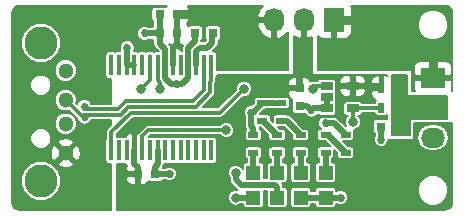
<source format=gtl>
G04 #@! TF.FileFunction,Copper,L1,Top,Signal*
%FSLAX46Y46*%
G04 Gerber Fmt 4.6, Leading zero omitted, Abs format (unit mm)*
G04 Created by KiCad (PCBNEW (2016-07-14 BZR 6980)-product) date Sunday, 23 April 2017 'PMt' 23:43:06*
%MOMM*%
%LPD*%
G01*
G04 APERTURE LIST*
%ADD10C,0.150000*%
%ADD11R,0.800000X0.750000*%
%ADD12R,0.750000X0.800000*%
%ADD13R,1.198880X1.198880*%
%ADD14R,1.727200X2.032000*%
%ADD15O,1.727200X2.032000*%
%ADD16R,0.500000X0.900000*%
%ADD17R,0.450000X1.750000*%
%ADD18R,1.060000X0.650000*%
%ADD19R,2.032000X1.727200*%
%ADD20O,2.032000X1.727200*%
%ADD21R,0.900000X0.500000*%
%ADD22C,1.300000*%
%ADD23C,2.800000*%
%ADD24C,0.685800*%
%ADD25C,0.800000*%
%ADD26C,0.500000*%
%ADD27C,0.300000*%
%ADD28C,0.400000*%
%ADD29C,0.800000*%
%ADD30C,0.250000*%
%ADD31C,0.180000*%
%ADD32C,0.160000*%
G04 APERTURE END LIST*
D10*
D11*
X165350000Y-82700000D03*
X163850000Y-82700000D03*
X162350000Y-82700000D03*
X160850000Y-82700000D03*
D12*
X172700000Y-87350000D03*
X172700000Y-88850000D03*
D11*
X181100000Y-90600000D03*
X179600000Y-90600000D03*
D13*
X168800000Y-94500000D03*
X168800000Y-96598040D03*
X170800000Y-94500000D03*
X170800000Y-96598040D03*
X172800000Y-94500000D03*
X172800000Y-96598040D03*
D14*
X175640000Y-81600000D03*
D15*
X173100000Y-81600000D03*
X170560000Y-81600000D03*
D16*
X181100000Y-89000000D03*
X179600000Y-89000000D03*
X179600000Y-87300000D03*
X181100000Y-87300000D03*
D17*
X156775000Y-92600000D03*
X157425000Y-92600000D03*
X158075000Y-92600000D03*
X158725000Y-92600000D03*
X159375000Y-92600000D03*
X160025000Y-92600000D03*
X160675000Y-92600000D03*
X161325000Y-92600000D03*
X161975000Y-92600000D03*
X162625000Y-92600000D03*
X163275000Y-92600000D03*
X163925000Y-92600000D03*
X164575000Y-92600000D03*
X165225000Y-92600000D03*
X165225000Y-85400000D03*
X164575000Y-85400000D03*
X163925000Y-85400000D03*
X163275000Y-85400000D03*
X162625000Y-85400000D03*
X161975000Y-85400000D03*
X161325000Y-85400000D03*
X160675000Y-85400000D03*
X160025000Y-85400000D03*
X159375000Y-85400000D03*
X158725000Y-85400000D03*
X158075000Y-85400000D03*
X157425000Y-85400000D03*
X156775000Y-85400000D03*
D18*
X175000000Y-87150000D03*
X175000000Y-88100000D03*
X175000000Y-89050000D03*
X177200000Y-89050000D03*
X177200000Y-87150000D03*
D19*
X184000000Y-86460000D03*
D20*
X184000000Y-89000000D03*
X184000000Y-91540000D03*
D13*
X174900000Y-94501960D03*
X174900000Y-96600000D03*
D11*
X159000000Y-94600000D03*
X160500000Y-94600000D03*
X162350000Y-81100000D03*
X160850000Y-81100000D03*
D21*
X171150000Y-88600000D03*
X171150000Y-90100000D03*
X169550000Y-88600000D03*
X169550000Y-90100000D03*
X168800000Y-91300000D03*
X168800000Y-92800000D03*
X170800000Y-91300000D03*
X170800000Y-92800000D03*
X172800000Y-91300000D03*
X172800000Y-92800000D03*
X174900000Y-91300000D03*
X174900000Y-92800000D03*
X176600000Y-91300000D03*
X176600000Y-92800000D03*
D22*
X152900000Y-88350000D03*
X152900000Y-90350000D03*
X152900000Y-92850000D03*
X152900000Y-85850000D03*
D23*
X150800000Y-83500000D03*
X150800000Y-95200000D03*
D24*
X173700000Y-89200000D03*
X162300004Y-87000000D03*
X159600000Y-82700000D03*
X161700000Y-94600000D03*
X176200000Y-96600000D03*
X179600000Y-91700000D03*
X158100000Y-83900000D03*
X168600000Y-89399998D03*
X167200000Y-85000000D03*
X159600000Y-81100000D03*
X163800000Y-81100000D03*
D25*
X159300000Y-87400000D03*
X167300000Y-96600000D03*
X167300000Y-94500000D03*
X160900000Y-87400000D03*
D24*
X174900000Y-90299999D03*
X174900000Y-85300000D03*
D25*
X166500002Y-90900000D03*
X177200000Y-90200000D03*
X168000000Y-87400000D03*
X173800000Y-87400000D03*
D24*
X154500000Y-89792900D03*
X154500000Y-88907100D03*
D26*
X165325000Y-82700000D02*
X165325000Y-83475000D01*
X165325000Y-83475000D02*
X164900000Y-83900000D01*
X164900000Y-83900000D02*
X164250677Y-83900000D01*
X163947598Y-84375049D02*
X163927410Y-84395237D01*
X164250677Y-83900000D02*
X163947598Y-84203079D01*
X163947598Y-84203079D02*
X163947598Y-84375049D01*
X163927410Y-84395237D02*
X163927410Y-85400000D01*
D27*
X165325000Y-82700000D02*
X165325000Y-82826415D01*
D26*
X165350000Y-82700000D02*
X165325000Y-82700000D01*
X172700000Y-88850000D02*
X173350000Y-88850000D01*
X173350000Y-88850000D02*
X173700000Y-89200000D01*
X175000000Y-89050000D02*
X173850000Y-89050000D01*
X173850000Y-89050000D02*
X173700000Y-89200000D01*
X175000000Y-88100000D02*
X175000000Y-89050000D01*
X163850000Y-82700000D02*
X163850000Y-83378030D01*
X163850000Y-83378030D02*
X163295188Y-83932842D01*
X163275000Y-84125000D02*
X163295188Y-84104812D01*
X163295188Y-84104812D02*
X163295188Y-83932842D01*
X163275000Y-85400000D02*
X163275000Y-84125000D01*
X160850000Y-82700000D02*
X160850000Y-83575000D01*
X160850000Y-83575000D02*
X160875000Y-83600000D01*
X160875000Y-83600000D02*
X160900000Y-83600000D01*
X161325000Y-85400000D02*
X161325000Y-84025000D01*
X161325000Y-84025000D02*
X160900000Y-83600000D01*
X160675000Y-92600000D02*
X160675000Y-93800000D01*
X160500000Y-94600000D02*
X160500000Y-93975000D01*
X160500000Y-93975000D02*
X160675000Y-93800000D01*
X163275000Y-85400000D02*
X163275000Y-86509937D01*
X163275000Y-86509937D02*
X162784937Y-87000000D01*
X162784937Y-87000000D02*
X162300004Y-87000000D01*
X161325000Y-86509929D02*
X161815071Y-87000000D01*
X161325000Y-85400000D02*
X161325000Y-86509929D01*
X161815071Y-87000000D02*
X162300004Y-87000000D01*
X159700000Y-82700000D02*
X159600000Y-82700000D01*
X160850000Y-82700000D02*
X159700000Y-82700000D01*
X160850000Y-82700000D02*
X160850000Y-81100000D01*
X160500000Y-94600000D02*
X161700000Y-94600000D01*
X158075000Y-85400000D02*
X158075000Y-83925000D01*
X158075000Y-83925000D02*
X158100000Y-83900000D01*
X158075000Y-85400000D02*
X158725000Y-85400000D01*
X179600000Y-90600000D02*
X179600000Y-91700000D01*
X174900000Y-96600000D02*
X176200000Y-96600000D01*
X172800000Y-96598040D02*
X174898040Y-96598040D01*
X174898040Y-96598040D02*
X174900000Y-96600000D01*
X169250000Y-85000000D02*
X170560000Y-83690000D01*
X170560000Y-83690000D02*
X170560000Y-81600000D01*
X167200000Y-85000000D02*
X169250000Y-85000000D01*
X168600000Y-90500000D02*
X168600000Y-89399998D01*
X168800000Y-91300000D02*
X168800000Y-90700000D01*
X168800000Y-90700000D02*
X168600000Y-90500000D01*
D28*
X170500000Y-88600000D02*
X171150000Y-88600000D01*
D26*
X169550000Y-88600000D02*
X170500000Y-88600000D01*
X168600000Y-89399998D02*
X168750002Y-89399998D01*
X168750002Y-89399998D02*
X169550000Y-88600000D01*
X162350000Y-82700000D02*
X162350000Y-83575000D01*
X162350000Y-83575000D02*
X161977410Y-83947590D01*
X161977410Y-83947590D02*
X161977410Y-85400000D01*
D29*
X162350000Y-81100000D02*
X163800000Y-81100000D01*
D30*
X174222599Y-89677401D02*
X175726921Y-89677401D01*
X175726921Y-89677401D02*
X176250000Y-89154322D01*
X176250000Y-89154322D02*
X176250000Y-88675000D01*
X176250000Y-88675000D02*
X177200000Y-87725000D01*
X177200000Y-87725000D02*
X177200000Y-87150000D01*
D26*
X177200000Y-87150000D02*
X179450000Y-87150000D01*
X179450000Y-87150000D02*
X179600000Y-87300000D01*
X159000000Y-94600000D02*
X159000000Y-94000000D01*
X159000000Y-94000000D02*
X158725000Y-93725000D01*
X158725000Y-93725000D02*
X158725000Y-92600000D01*
D28*
X174222599Y-89677401D02*
X173800000Y-90100000D01*
X173800000Y-90100000D02*
X173800000Y-92100000D01*
X173800000Y-92100000D02*
X167800000Y-92100000D01*
X167800000Y-92100000D02*
X163300000Y-96600000D01*
X163300000Y-96600000D02*
X159600000Y-96600000D01*
X159000000Y-96000000D02*
X159000000Y-94600000D01*
X159600000Y-96600000D02*
X159000000Y-96000000D01*
D27*
X181100000Y-87300000D02*
X181100000Y-89000000D01*
X181100000Y-90600000D02*
X181100000Y-89000000D01*
X181100000Y-89000000D02*
X184000000Y-89000000D01*
D26*
X168800000Y-94500000D02*
X168800000Y-92800000D01*
X168800000Y-96598040D02*
X167301960Y-96598040D01*
X167301960Y-96598040D02*
X167300000Y-96600000D01*
D27*
X159300000Y-87400000D02*
X160025000Y-86675000D01*
X160025000Y-86675000D02*
X160025000Y-85400000D01*
D26*
X170800000Y-92800000D02*
X170800000Y-94500000D01*
X167300000Y-94500000D02*
X167300000Y-95065685D01*
X167300000Y-95065685D02*
X167734314Y-95499999D01*
X167734314Y-95499999D02*
X167876797Y-95499999D01*
X167876797Y-95499999D02*
X167878639Y-95501841D01*
X167878639Y-95501841D02*
X170603241Y-95501841D01*
X170603241Y-95501841D02*
X170800000Y-95698600D01*
X170800000Y-95698600D02*
X170800000Y-96598040D01*
D27*
X160675000Y-85400000D02*
X160675000Y-86400000D01*
X160900000Y-86900000D02*
X160675000Y-86675000D01*
X160675000Y-86675000D02*
X160675000Y-86400000D01*
X160900000Y-87400000D02*
X160900000Y-86900000D01*
D26*
X172800000Y-92800000D02*
X172800000Y-94500000D01*
D27*
X175640000Y-81600000D02*
X175640000Y-84560000D01*
X175640000Y-84560000D02*
X174900000Y-85300000D01*
D26*
X176600000Y-91300000D02*
X175599999Y-90299999D01*
X175599999Y-90299999D02*
X174900000Y-90299999D01*
D29*
X175640000Y-81600000D02*
X180803600Y-81600000D01*
X180803600Y-81600000D02*
X184000000Y-84796400D01*
X184000000Y-84796400D02*
X184000000Y-86460000D01*
D26*
X174900000Y-92800000D02*
X174900000Y-94501960D01*
D27*
X165934317Y-90900000D02*
X166500002Y-90900000D01*
X159900000Y-90900000D02*
X165934317Y-90900000D01*
X159375000Y-91425000D02*
X159900000Y-90900000D01*
X159375000Y-92600000D02*
X159375000Y-91425000D01*
X177200000Y-90200000D02*
X177200000Y-89050000D01*
X177200000Y-89050000D02*
X179550000Y-89050000D01*
X179550000Y-89050000D02*
X179600000Y-89000000D01*
X166000000Y-89400000D02*
X167600001Y-87799999D01*
X158400000Y-89400000D02*
X166000000Y-89400000D01*
X167600001Y-87799999D02*
X168000000Y-87400000D01*
X156775000Y-91025000D02*
X158400000Y-89400000D01*
X175000000Y-87150000D02*
X174050000Y-87150000D01*
X174050000Y-87150000D02*
X173800000Y-87400000D01*
X156775000Y-91025000D02*
X156800000Y-91000000D01*
X156775000Y-92600000D02*
X156775000Y-91025000D01*
D26*
X169550000Y-90100000D02*
X169600000Y-90100000D01*
X169600000Y-90100000D02*
X170800000Y-91300000D01*
X174900000Y-91300000D02*
X175100000Y-91300000D01*
X175100000Y-91300000D02*
X176600000Y-92800000D01*
X171150000Y-90100000D02*
X171600000Y-90100000D01*
X171600000Y-90100000D02*
X172800000Y-91300000D01*
D27*
X154500000Y-89792900D02*
X154342900Y-89792900D01*
X154342900Y-89792900D02*
X152900000Y-88350000D01*
X157560197Y-89599999D02*
X154692901Y-89599999D01*
X154692901Y-89599999D02*
X154500000Y-89792900D01*
X165225000Y-86712500D02*
X165150000Y-86787500D01*
X165225000Y-85400000D02*
X165225000Y-86712500D01*
X165150000Y-86787500D02*
X165150000Y-87703552D01*
X165150000Y-87703552D02*
X163905962Y-88947590D01*
X163905962Y-88947590D02*
X158212605Y-88947591D01*
X158212605Y-88947591D02*
X157560197Y-89599999D01*
X157353101Y-89100001D02*
X154692901Y-89100001D01*
X154692901Y-89100001D02*
X154500000Y-88907100D01*
X164650000Y-86787500D02*
X164650000Y-87496448D01*
X158005501Y-88447601D02*
X157353101Y-89100001D01*
X164575000Y-85400000D02*
X164575000Y-86712500D01*
X164575000Y-86712500D02*
X164650000Y-86787500D01*
X164650000Y-87496448D02*
X163698847Y-88447601D01*
X163698847Y-88447601D02*
X158005501Y-88447601D01*
D31*
G36*
X161443040Y-80386260D02*
X161404451Y-80479422D01*
X161363152Y-80451826D01*
X161250000Y-80429319D01*
X160450000Y-80429319D01*
X160336848Y-80451826D01*
X160240922Y-80515922D01*
X160176826Y-80611848D01*
X160154319Y-80725000D01*
X160154319Y-81475000D01*
X160176826Y-81588152D01*
X160240922Y-81684078D01*
X160310000Y-81730235D01*
X160310000Y-82069765D01*
X160240922Y-82115922D01*
X160211470Y-82160000D01*
X159949905Y-82160000D01*
X159726444Y-82067210D01*
X159474661Y-82066991D01*
X159241959Y-82163141D01*
X159063767Y-82341023D01*
X158967210Y-82573556D01*
X158966991Y-82825339D01*
X159063141Y-83058041D01*
X159241023Y-83236233D01*
X159473556Y-83332790D01*
X159725339Y-83333009D01*
X159950439Y-83240000D01*
X160211470Y-83240000D01*
X160240922Y-83284078D01*
X160310000Y-83330235D01*
X160310000Y-83575000D01*
X160351105Y-83781649D01*
X160468162Y-83956838D01*
X160493160Y-83981835D01*
X160493162Y-83981838D01*
X160568503Y-84032179D01*
X160765644Y-84229319D01*
X160450000Y-84229319D01*
X160350000Y-84249210D01*
X160250000Y-84229319D01*
X159800000Y-84229319D01*
X159700000Y-84249210D01*
X159600000Y-84229319D01*
X159150000Y-84229319D01*
X159050000Y-84249210D01*
X158950000Y-84229319D01*
X158648548Y-84229319D01*
X158732790Y-84026444D01*
X158733009Y-83774661D01*
X158636859Y-83541959D01*
X158458977Y-83363767D01*
X158226444Y-83267210D01*
X157974661Y-83266991D01*
X157741959Y-83363141D01*
X157563767Y-83541023D01*
X157467210Y-83773556D01*
X157466991Y-84025339D01*
X157535000Y-84189934D01*
X157535000Y-84229319D01*
X157200000Y-84229319D01*
X157100000Y-84249210D01*
X157000000Y-84229319D01*
X156550000Y-84229319D01*
X156436848Y-84251826D01*
X156340922Y-84315922D01*
X156276826Y-84411848D01*
X156254319Y-84525000D01*
X156254319Y-86275000D01*
X156276826Y-86388152D01*
X156340922Y-86484078D01*
X156436848Y-86548174D01*
X156550000Y-86570681D01*
X156760000Y-86570681D01*
X156760000Y-88660001D01*
X155082699Y-88660001D01*
X155036859Y-88549059D01*
X154858977Y-88370867D01*
X154626444Y-88274310D01*
X154374661Y-88274091D01*
X154141959Y-88370241D01*
X153963767Y-88548123D01*
X153892355Y-88720101D01*
X153801758Y-88629504D01*
X153839837Y-88537798D01*
X153840163Y-88163843D01*
X153697358Y-87818228D01*
X153433163Y-87553571D01*
X153087798Y-87410163D01*
X152713843Y-87409837D01*
X152368228Y-87552642D01*
X152103571Y-87816837D01*
X151960163Y-88162202D01*
X151959837Y-88536157D01*
X152102642Y-88881772D01*
X152366837Y-89146429D01*
X152712202Y-89289837D01*
X153086157Y-89290163D01*
X153179387Y-89251641D01*
X153881782Y-89954036D01*
X153963141Y-90150941D01*
X154141023Y-90329133D01*
X154373556Y-90425690D01*
X154625339Y-90425909D01*
X154858041Y-90329759D01*
X155036233Y-90151877D01*
X155082689Y-90039999D01*
X156760000Y-90039999D01*
X156760000Y-90417746D01*
X156463873Y-90713873D01*
X156368493Y-90856619D01*
X156335000Y-91025000D01*
X156335000Y-91524785D01*
X156276826Y-91611848D01*
X156254319Y-91725000D01*
X156254319Y-93475000D01*
X156276826Y-93588152D01*
X156340922Y-93684078D01*
X156436848Y-93748174D01*
X156550000Y-93770681D01*
X156760000Y-93770681D01*
X156760000Y-97635000D01*
X149035950Y-97635000D01*
X148759733Y-97580057D01*
X148556043Y-97443957D01*
X148419943Y-97240269D01*
X148365000Y-96964049D01*
X148365000Y-95534687D01*
X149109707Y-95534687D01*
X149366452Y-96156057D01*
X149841442Y-96631877D01*
X150462363Y-96889706D01*
X151134687Y-96890293D01*
X151756057Y-96633548D01*
X152231877Y-96158558D01*
X152489706Y-95537637D01*
X152490293Y-94865313D01*
X152233548Y-94243943D01*
X151758558Y-93768123D01*
X151718521Y-93751498D01*
X152230434Y-93751498D01*
X152290990Y-93967244D01*
X152764899Y-94115257D01*
X153259376Y-94070646D01*
X153509010Y-93967244D01*
X153569566Y-93751498D01*
X152900000Y-93081931D01*
X152230434Y-93751498D01*
X151718521Y-93751498D01*
X151137637Y-93510294D01*
X150465313Y-93509707D01*
X149843943Y-93766452D01*
X149368123Y-94241442D01*
X149110294Y-94862363D01*
X149109707Y-95534687D01*
X148365000Y-95534687D01*
X148365000Y-92714899D01*
X151634743Y-92714899D01*
X151679354Y-93209376D01*
X151782756Y-93459010D01*
X151998502Y-93519566D01*
X152668069Y-92850000D01*
X153131931Y-92850000D01*
X153801498Y-93519566D01*
X154017244Y-93459010D01*
X154165257Y-92985101D01*
X154120646Y-92490624D01*
X154017244Y-92240990D01*
X153801498Y-92180434D01*
X153131931Y-92850000D01*
X152668069Y-92850000D01*
X151998502Y-92180434D01*
X151782756Y-92240990D01*
X151634743Y-92714899D01*
X148365000Y-92714899D01*
X148365000Y-91776255D01*
X149909846Y-91776255D01*
X150045055Y-92103486D01*
X150295197Y-92354065D01*
X150622191Y-92489845D01*
X150976255Y-92490154D01*
X151303486Y-92354945D01*
X151554065Y-92104803D01*
X151618966Y-91948502D01*
X152230434Y-91948502D01*
X152900000Y-92618069D01*
X153569566Y-91948502D01*
X153509010Y-91732756D01*
X153035101Y-91584743D01*
X152540624Y-91629354D01*
X152290990Y-91732756D01*
X152230434Y-91948502D01*
X151618966Y-91948502D01*
X151689845Y-91777809D01*
X151690154Y-91423745D01*
X151554945Y-91096514D01*
X151304803Y-90845935D01*
X150977809Y-90710155D01*
X150623745Y-90709846D01*
X150296514Y-90845055D01*
X150045935Y-91095197D01*
X149910155Y-91422191D01*
X149909846Y-91776255D01*
X148365000Y-91776255D01*
X148365000Y-90536157D01*
X151959837Y-90536157D01*
X152102642Y-90881772D01*
X152366837Y-91146429D01*
X152712202Y-91289837D01*
X153086157Y-91290163D01*
X153431772Y-91147358D01*
X153696429Y-90883163D01*
X153839837Y-90537798D01*
X153840163Y-90163843D01*
X153697358Y-89818228D01*
X153433163Y-89553571D01*
X153087798Y-89410163D01*
X152713843Y-89409837D01*
X152368228Y-89552642D01*
X152103571Y-89816837D01*
X151960163Y-90162202D01*
X151959837Y-90536157D01*
X148365000Y-90536157D01*
X148365000Y-87276255D01*
X149909846Y-87276255D01*
X150045055Y-87603486D01*
X150295197Y-87854065D01*
X150622191Y-87989845D01*
X150976255Y-87990154D01*
X151303486Y-87854945D01*
X151554065Y-87604803D01*
X151689845Y-87277809D01*
X151690154Y-86923745D01*
X151554945Y-86596514D01*
X151304803Y-86345935D01*
X150977809Y-86210155D01*
X150623745Y-86209846D01*
X150296514Y-86345055D01*
X150045935Y-86595197D01*
X149910155Y-86922191D01*
X149909846Y-87276255D01*
X148365000Y-87276255D01*
X148365000Y-86036157D01*
X151959837Y-86036157D01*
X152102642Y-86381772D01*
X152366837Y-86646429D01*
X152712202Y-86789837D01*
X153086157Y-86790163D01*
X153431772Y-86647358D01*
X153696429Y-86383163D01*
X153839837Y-86037798D01*
X153840163Y-85663843D01*
X153697358Y-85318228D01*
X153433163Y-85053571D01*
X153087798Y-84910163D01*
X152713843Y-84909837D01*
X152368228Y-85052642D01*
X152103571Y-85316837D01*
X151960163Y-85662202D01*
X151959837Y-86036157D01*
X148365000Y-86036157D01*
X148365000Y-83834687D01*
X149109707Y-83834687D01*
X149366452Y-84456057D01*
X149841442Y-84931877D01*
X150462363Y-85189706D01*
X151134687Y-85190293D01*
X151756057Y-84933548D01*
X152231877Y-84458558D01*
X152489706Y-83837637D01*
X152490293Y-83165313D01*
X152233548Y-82543943D01*
X151758558Y-82068123D01*
X151137637Y-81810294D01*
X150465313Y-81809707D01*
X149843943Y-82066452D01*
X149368123Y-82541442D01*
X149110294Y-83162363D01*
X149109707Y-83834687D01*
X148365000Y-83834687D01*
X148365000Y-81035951D01*
X148419943Y-80759731D01*
X148556043Y-80556043D01*
X148759733Y-80419943D01*
X149035950Y-80365000D01*
X161464300Y-80365000D01*
X161443040Y-80386260D01*
X161443040Y-80386260D01*
G37*
X161443040Y-80386260D02*
X161404451Y-80479422D01*
X161363152Y-80451826D01*
X161250000Y-80429319D01*
X160450000Y-80429319D01*
X160336848Y-80451826D01*
X160240922Y-80515922D01*
X160176826Y-80611848D01*
X160154319Y-80725000D01*
X160154319Y-81475000D01*
X160176826Y-81588152D01*
X160240922Y-81684078D01*
X160310000Y-81730235D01*
X160310000Y-82069765D01*
X160240922Y-82115922D01*
X160211470Y-82160000D01*
X159949905Y-82160000D01*
X159726444Y-82067210D01*
X159474661Y-82066991D01*
X159241959Y-82163141D01*
X159063767Y-82341023D01*
X158967210Y-82573556D01*
X158966991Y-82825339D01*
X159063141Y-83058041D01*
X159241023Y-83236233D01*
X159473556Y-83332790D01*
X159725339Y-83333009D01*
X159950439Y-83240000D01*
X160211470Y-83240000D01*
X160240922Y-83284078D01*
X160310000Y-83330235D01*
X160310000Y-83575000D01*
X160351105Y-83781649D01*
X160468162Y-83956838D01*
X160493160Y-83981835D01*
X160493162Y-83981838D01*
X160568503Y-84032179D01*
X160765644Y-84229319D01*
X160450000Y-84229319D01*
X160350000Y-84249210D01*
X160250000Y-84229319D01*
X159800000Y-84229319D01*
X159700000Y-84249210D01*
X159600000Y-84229319D01*
X159150000Y-84229319D01*
X159050000Y-84249210D01*
X158950000Y-84229319D01*
X158648548Y-84229319D01*
X158732790Y-84026444D01*
X158733009Y-83774661D01*
X158636859Y-83541959D01*
X158458977Y-83363767D01*
X158226444Y-83267210D01*
X157974661Y-83266991D01*
X157741959Y-83363141D01*
X157563767Y-83541023D01*
X157467210Y-83773556D01*
X157466991Y-84025339D01*
X157535000Y-84189934D01*
X157535000Y-84229319D01*
X157200000Y-84229319D01*
X157100000Y-84249210D01*
X157000000Y-84229319D01*
X156550000Y-84229319D01*
X156436848Y-84251826D01*
X156340922Y-84315922D01*
X156276826Y-84411848D01*
X156254319Y-84525000D01*
X156254319Y-86275000D01*
X156276826Y-86388152D01*
X156340922Y-86484078D01*
X156436848Y-86548174D01*
X156550000Y-86570681D01*
X156760000Y-86570681D01*
X156760000Y-88660001D01*
X155082699Y-88660001D01*
X155036859Y-88549059D01*
X154858977Y-88370867D01*
X154626444Y-88274310D01*
X154374661Y-88274091D01*
X154141959Y-88370241D01*
X153963767Y-88548123D01*
X153892355Y-88720101D01*
X153801758Y-88629504D01*
X153839837Y-88537798D01*
X153840163Y-88163843D01*
X153697358Y-87818228D01*
X153433163Y-87553571D01*
X153087798Y-87410163D01*
X152713843Y-87409837D01*
X152368228Y-87552642D01*
X152103571Y-87816837D01*
X151960163Y-88162202D01*
X151959837Y-88536157D01*
X152102642Y-88881772D01*
X152366837Y-89146429D01*
X152712202Y-89289837D01*
X153086157Y-89290163D01*
X153179387Y-89251641D01*
X153881782Y-89954036D01*
X153963141Y-90150941D01*
X154141023Y-90329133D01*
X154373556Y-90425690D01*
X154625339Y-90425909D01*
X154858041Y-90329759D01*
X155036233Y-90151877D01*
X155082689Y-90039999D01*
X156760000Y-90039999D01*
X156760000Y-90417746D01*
X156463873Y-90713873D01*
X156368493Y-90856619D01*
X156335000Y-91025000D01*
X156335000Y-91524785D01*
X156276826Y-91611848D01*
X156254319Y-91725000D01*
X156254319Y-93475000D01*
X156276826Y-93588152D01*
X156340922Y-93684078D01*
X156436848Y-93748174D01*
X156550000Y-93770681D01*
X156760000Y-93770681D01*
X156760000Y-97635000D01*
X149035950Y-97635000D01*
X148759733Y-97580057D01*
X148556043Y-97443957D01*
X148419943Y-97240269D01*
X148365000Y-96964049D01*
X148365000Y-95534687D01*
X149109707Y-95534687D01*
X149366452Y-96156057D01*
X149841442Y-96631877D01*
X150462363Y-96889706D01*
X151134687Y-96890293D01*
X151756057Y-96633548D01*
X152231877Y-96158558D01*
X152489706Y-95537637D01*
X152490293Y-94865313D01*
X152233548Y-94243943D01*
X151758558Y-93768123D01*
X151718521Y-93751498D01*
X152230434Y-93751498D01*
X152290990Y-93967244D01*
X152764899Y-94115257D01*
X153259376Y-94070646D01*
X153509010Y-93967244D01*
X153569566Y-93751498D01*
X152900000Y-93081931D01*
X152230434Y-93751498D01*
X151718521Y-93751498D01*
X151137637Y-93510294D01*
X150465313Y-93509707D01*
X149843943Y-93766452D01*
X149368123Y-94241442D01*
X149110294Y-94862363D01*
X149109707Y-95534687D01*
X148365000Y-95534687D01*
X148365000Y-92714899D01*
X151634743Y-92714899D01*
X151679354Y-93209376D01*
X151782756Y-93459010D01*
X151998502Y-93519566D01*
X152668069Y-92850000D01*
X153131931Y-92850000D01*
X153801498Y-93519566D01*
X154017244Y-93459010D01*
X154165257Y-92985101D01*
X154120646Y-92490624D01*
X154017244Y-92240990D01*
X153801498Y-92180434D01*
X153131931Y-92850000D01*
X152668069Y-92850000D01*
X151998502Y-92180434D01*
X151782756Y-92240990D01*
X151634743Y-92714899D01*
X148365000Y-92714899D01*
X148365000Y-91776255D01*
X149909846Y-91776255D01*
X150045055Y-92103486D01*
X150295197Y-92354065D01*
X150622191Y-92489845D01*
X150976255Y-92490154D01*
X151303486Y-92354945D01*
X151554065Y-92104803D01*
X151618966Y-91948502D01*
X152230434Y-91948502D01*
X152900000Y-92618069D01*
X153569566Y-91948502D01*
X153509010Y-91732756D01*
X153035101Y-91584743D01*
X152540624Y-91629354D01*
X152290990Y-91732756D01*
X152230434Y-91948502D01*
X151618966Y-91948502D01*
X151689845Y-91777809D01*
X151690154Y-91423745D01*
X151554945Y-91096514D01*
X151304803Y-90845935D01*
X150977809Y-90710155D01*
X150623745Y-90709846D01*
X150296514Y-90845055D01*
X150045935Y-91095197D01*
X149910155Y-91422191D01*
X149909846Y-91776255D01*
X148365000Y-91776255D01*
X148365000Y-90536157D01*
X151959837Y-90536157D01*
X152102642Y-90881772D01*
X152366837Y-91146429D01*
X152712202Y-91289837D01*
X153086157Y-91290163D01*
X153431772Y-91147358D01*
X153696429Y-90883163D01*
X153839837Y-90537798D01*
X153840163Y-90163843D01*
X153697358Y-89818228D01*
X153433163Y-89553571D01*
X153087798Y-89410163D01*
X152713843Y-89409837D01*
X152368228Y-89552642D01*
X152103571Y-89816837D01*
X151960163Y-90162202D01*
X151959837Y-90536157D01*
X148365000Y-90536157D01*
X148365000Y-87276255D01*
X149909846Y-87276255D01*
X150045055Y-87603486D01*
X150295197Y-87854065D01*
X150622191Y-87989845D01*
X150976255Y-87990154D01*
X151303486Y-87854945D01*
X151554065Y-87604803D01*
X151689845Y-87277809D01*
X151690154Y-86923745D01*
X151554945Y-86596514D01*
X151304803Y-86345935D01*
X150977809Y-86210155D01*
X150623745Y-86209846D01*
X150296514Y-86345055D01*
X150045935Y-86595197D01*
X149910155Y-86922191D01*
X149909846Y-87276255D01*
X148365000Y-87276255D01*
X148365000Y-86036157D01*
X151959837Y-86036157D01*
X152102642Y-86381772D01*
X152366837Y-86646429D01*
X152712202Y-86789837D01*
X153086157Y-86790163D01*
X153431772Y-86647358D01*
X153696429Y-86383163D01*
X153839837Y-86037798D01*
X153840163Y-85663843D01*
X153697358Y-85318228D01*
X153433163Y-85053571D01*
X153087798Y-84910163D01*
X152713843Y-84909837D01*
X152368228Y-85052642D01*
X152103571Y-85316837D01*
X151960163Y-85662202D01*
X151959837Y-86036157D01*
X148365000Y-86036157D01*
X148365000Y-83834687D01*
X149109707Y-83834687D01*
X149366452Y-84456057D01*
X149841442Y-84931877D01*
X150462363Y-85189706D01*
X151134687Y-85190293D01*
X151756057Y-84933548D01*
X152231877Y-84458558D01*
X152489706Y-83837637D01*
X152490293Y-83165313D01*
X152233548Y-82543943D01*
X151758558Y-82068123D01*
X151137637Y-81810294D01*
X150465313Y-81809707D01*
X149843943Y-82066452D01*
X149368123Y-82541442D01*
X149110294Y-83162363D01*
X149109707Y-83834687D01*
X148365000Y-83834687D01*
X148365000Y-81035951D01*
X148419943Y-80759731D01*
X148556043Y-80556043D01*
X148759733Y-80419943D01*
X149035950Y-80365000D01*
X161464300Y-80365000D01*
X161443040Y-80386260D01*
G36*
X169320396Y-80674365D02*
X169118851Y-81207600D01*
X169248550Y-81436000D01*
X170396000Y-81436000D01*
X170396000Y-81416000D01*
X170724000Y-81416000D01*
X170724000Y-81436000D01*
X170744000Y-81436000D01*
X170744000Y-81764000D01*
X170724000Y-81764000D01*
X170724000Y-83054210D01*
X170949182Y-83161234D01*
X171409341Y-82941152D01*
X171760000Y-82567802D01*
X171760000Y-85760000D01*
X165745681Y-85760000D01*
X165745681Y-84525000D01*
X165723174Y-84411848D01*
X165659078Y-84315922D01*
X165563152Y-84251826D01*
X165450000Y-84229319D01*
X165334357Y-84229319D01*
X165706835Y-83856840D01*
X165706838Y-83856838D01*
X165823895Y-83681649D01*
X165827589Y-83663079D01*
X165865001Y-83475000D01*
X165865000Y-83474995D01*
X165865000Y-83346939D01*
X165959078Y-83284078D01*
X166023174Y-83188152D01*
X166045681Y-83075000D01*
X166045681Y-82325000D01*
X166023174Y-82211848D01*
X165959078Y-82115922D01*
X165863152Y-82051826D01*
X165750000Y-82029319D01*
X164950000Y-82029319D01*
X164836848Y-82051826D01*
X164740922Y-82115922D01*
X164676826Y-82211848D01*
X164654319Y-82325000D01*
X164654319Y-83075000D01*
X164676826Y-83188152D01*
X164740922Y-83284078D01*
X164747711Y-83288614D01*
X164676324Y-83360000D01*
X164390000Y-83360000D01*
X164390000Y-83330235D01*
X164459078Y-83284078D01*
X164523174Y-83188152D01*
X164545681Y-83075000D01*
X164545681Y-82325000D01*
X164523174Y-82211848D01*
X164459078Y-82115922D01*
X164363152Y-82051826D01*
X164250000Y-82029319D01*
X163450000Y-82029319D01*
X163336848Y-82051826D01*
X163295549Y-82079422D01*
X163259504Y-81992400D01*
X169118851Y-81992400D01*
X169320396Y-82525635D01*
X169710659Y-82941152D01*
X170170818Y-83161234D01*
X170396000Y-83054210D01*
X170396000Y-81764000D01*
X169248550Y-81764000D01*
X169118851Y-81992400D01*
X163259504Y-81992400D01*
X163256960Y-81986260D01*
X163170700Y-81900000D01*
X163256960Y-81813740D01*
X163348000Y-81593949D01*
X163348000Y-81413500D01*
X163198500Y-81264000D01*
X162514000Y-81264000D01*
X162514000Y-82536000D01*
X162534000Y-82536000D01*
X162534000Y-82864000D01*
X162514000Y-82864000D01*
X162514000Y-83523500D01*
X162663500Y-83673000D01*
X162831835Y-83673000D01*
X162796293Y-83726193D01*
X162755188Y-83932842D01*
X162755188Y-84023508D01*
X162735000Y-84125000D01*
X162735000Y-84229319D01*
X162724796Y-84229319D01*
X162706960Y-84186260D01*
X162538740Y-84018040D01*
X162318949Y-83927000D01*
X162237000Y-83927000D01*
X162087500Y-84076500D01*
X162087500Y-85236000D01*
X162104319Y-85236000D01*
X162104319Y-85564000D01*
X162087500Y-85564000D01*
X162087500Y-85584000D01*
X161865000Y-85584000D01*
X161865000Y-84025005D01*
X161865001Y-84025000D01*
X161823895Y-83818351D01*
X161816076Y-83806649D01*
X161706838Y-83643162D01*
X161706835Y-83643160D01*
X161669942Y-83606267D01*
X161831050Y-83673000D01*
X162036500Y-83673000D01*
X162186000Y-83523500D01*
X162186000Y-82864000D01*
X162166000Y-82864000D01*
X162166000Y-82536000D01*
X162186000Y-82536000D01*
X162186000Y-81264000D01*
X162166000Y-81264000D01*
X162166000Y-80936000D01*
X162186000Y-80936000D01*
X162186000Y-80916000D01*
X162514000Y-80916000D01*
X162514000Y-80936000D01*
X163198500Y-80936000D01*
X163348000Y-80786500D01*
X163348000Y-80606051D01*
X163256960Y-80386260D01*
X163235700Y-80365000D01*
X169610959Y-80365000D01*
X169320396Y-80674365D01*
X169320396Y-80674365D01*
G37*
X169320396Y-80674365D02*
X169118851Y-81207600D01*
X169248550Y-81436000D01*
X170396000Y-81436000D01*
X170396000Y-81416000D01*
X170724000Y-81416000D01*
X170724000Y-81436000D01*
X170744000Y-81436000D01*
X170744000Y-81764000D01*
X170724000Y-81764000D01*
X170724000Y-83054210D01*
X170949182Y-83161234D01*
X171409341Y-82941152D01*
X171760000Y-82567802D01*
X171760000Y-85760000D01*
X165745681Y-85760000D01*
X165745681Y-84525000D01*
X165723174Y-84411848D01*
X165659078Y-84315922D01*
X165563152Y-84251826D01*
X165450000Y-84229319D01*
X165334357Y-84229319D01*
X165706835Y-83856840D01*
X165706838Y-83856838D01*
X165823895Y-83681649D01*
X165827589Y-83663079D01*
X165865001Y-83475000D01*
X165865000Y-83474995D01*
X165865000Y-83346939D01*
X165959078Y-83284078D01*
X166023174Y-83188152D01*
X166045681Y-83075000D01*
X166045681Y-82325000D01*
X166023174Y-82211848D01*
X165959078Y-82115922D01*
X165863152Y-82051826D01*
X165750000Y-82029319D01*
X164950000Y-82029319D01*
X164836848Y-82051826D01*
X164740922Y-82115922D01*
X164676826Y-82211848D01*
X164654319Y-82325000D01*
X164654319Y-83075000D01*
X164676826Y-83188152D01*
X164740922Y-83284078D01*
X164747711Y-83288614D01*
X164676324Y-83360000D01*
X164390000Y-83360000D01*
X164390000Y-83330235D01*
X164459078Y-83284078D01*
X164523174Y-83188152D01*
X164545681Y-83075000D01*
X164545681Y-82325000D01*
X164523174Y-82211848D01*
X164459078Y-82115922D01*
X164363152Y-82051826D01*
X164250000Y-82029319D01*
X163450000Y-82029319D01*
X163336848Y-82051826D01*
X163295549Y-82079422D01*
X163259504Y-81992400D01*
X169118851Y-81992400D01*
X169320396Y-82525635D01*
X169710659Y-82941152D01*
X170170818Y-83161234D01*
X170396000Y-83054210D01*
X170396000Y-81764000D01*
X169248550Y-81764000D01*
X169118851Y-81992400D01*
X163259504Y-81992400D01*
X163256960Y-81986260D01*
X163170700Y-81900000D01*
X163256960Y-81813740D01*
X163348000Y-81593949D01*
X163348000Y-81413500D01*
X163198500Y-81264000D01*
X162514000Y-81264000D01*
X162514000Y-82536000D01*
X162534000Y-82536000D01*
X162534000Y-82864000D01*
X162514000Y-82864000D01*
X162514000Y-83523500D01*
X162663500Y-83673000D01*
X162831835Y-83673000D01*
X162796293Y-83726193D01*
X162755188Y-83932842D01*
X162755188Y-84023508D01*
X162735000Y-84125000D01*
X162735000Y-84229319D01*
X162724796Y-84229319D01*
X162706960Y-84186260D01*
X162538740Y-84018040D01*
X162318949Y-83927000D01*
X162237000Y-83927000D01*
X162087500Y-84076500D01*
X162087500Y-85236000D01*
X162104319Y-85236000D01*
X162104319Y-85564000D01*
X162087500Y-85564000D01*
X162087500Y-85584000D01*
X161865000Y-85584000D01*
X161865000Y-84025005D01*
X161865001Y-84025000D01*
X161823895Y-83818351D01*
X161816076Y-83806649D01*
X161706838Y-83643162D01*
X161706835Y-83643160D01*
X161669942Y-83606267D01*
X161831050Y-83673000D01*
X162036500Y-83673000D01*
X162186000Y-83523500D01*
X162186000Y-82864000D01*
X162166000Y-82864000D01*
X162166000Y-82536000D01*
X162186000Y-82536000D01*
X162186000Y-81264000D01*
X162166000Y-81264000D01*
X162166000Y-80936000D01*
X162186000Y-80936000D01*
X162186000Y-80916000D01*
X162514000Y-80916000D01*
X162514000Y-80936000D01*
X163198500Y-80936000D01*
X163348000Y-80786500D01*
X163348000Y-80606051D01*
X163256960Y-80386260D01*
X163235700Y-80365000D01*
X169610959Y-80365000D01*
X169320396Y-80674365D01*
G36*
X185240269Y-80419943D02*
X185443957Y-80556043D01*
X185580057Y-80759733D01*
X185635000Y-81035950D01*
X185635000Y-87560000D01*
X185565350Y-87560000D01*
X185614000Y-87442549D01*
X185614000Y-86773500D01*
X185464500Y-86624000D01*
X184164000Y-86624000D01*
X184164000Y-86644000D01*
X183836000Y-86644000D01*
X183836000Y-86624000D01*
X182535500Y-86624000D01*
X182386000Y-86773500D01*
X182386000Y-87442549D01*
X182434650Y-87560000D01*
X182240000Y-87560000D01*
X182240000Y-85850000D01*
X182233149Y-85815558D01*
X182213640Y-85786360D01*
X182184442Y-85766851D01*
X182150000Y-85760000D01*
X174240000Y-85760000D01*
X174240000Y-85477451D01*
X182386000Y-85477451D01*
X182386000Y-86146500D01*
X182535500Y-86296000D01*
X183836000Y-86296000D01*
X183836000Y-85147900D01*
X184164000Y-85147900D01*
X184164000Y-86296000D01*
X185464500Y-86296000D01*
X185614000Y-86146500D01*
X185614000Y-85477451D01*
X185522960Y-85257660D01*
X185354740Y-85089440D01*
X185134950Y-84998400D01*
X184313500Y-84998400D01*
X184164000Y-85147900D01*
X183836000Y-85147900D01*
X183686500Y-84998400D01*
X182865050Y-84998400D01*
X182645260Y-85089440D01*
X182477040Y-85257660D01*
X182386000Y-85477451D01*
X174240000Y-85477451D01*
X174240000Y-82883666D01*
X174269440Y-82954740D01*
X174437660Y-83122960D01*
X174657451Y-83214000D01*
X175326500Y-83214000D01*
X175476000Y-83064500D01*
X175476000Y-81764000D01*
X175804000Y-81764000D01*
X175804000Y-83064500D01*
X175953500Y-83214000D01*
X176622549Y-83214000D01*
X176842340Y-83122960D01*
X177010560Y-82954740D01*
X177101600Y-82734950D01*
X177101600Y-82255471D01*
X182709776Y-82255471D01*
X182905753Y-82729772D01*
X183268319Y-83092971D01*
X183742277Y-83289776D01*
X184255471Y-83290224D01*
X184729772Y-83094247D01*
X185092971Y-82731681D01*
X185289776Y-82257723D01*
X185290224Y-81744529D01*
X185094247Y-81270228D01*
X184731681Y-80907029D01*
X184257723Y-80710224D01*
X183744529Y-80709776D01*
X183270228Y-80905753D01*
X182907029Y-81268319D01*
X182710224Y-81742277D01*
X182709776Y-82255471D01*
X177101600Y-82255471D01*
X177101600Y-81913500D01*
X176952100Y-81764000D01*
X175804000Y-81764000D01*
X175476000Y-81764000D01*
X175456000Y-81764000D01*
X175456000Y-81436000D01*
X175476000Y-81436000D01*
X175476000Y-81416000D01*
X175804000Y-81416000D01*
X175804000Y-81436000D01*
X176952100Y-81436000D01*
X177101600Y-81286500D01*
X177101600Y-80465050D01*
X177060158Y-80365000D01*
X184964049Y-80365000D01*
X185240269Y-80419943D01*
X185240269Y-80419943D01*
G37*
X185240269Y-80419943D02*
X185443957Y-80556043D01*
X185580057Y-80759733D01*
X185635000Y-81035950D01*
X185635000Y-87560000D01*
X185565350Y-87560000D01*
X185614000Y-87442549D01*
X185614000Y-86773500D01*
X185464500Y-86624000D01*
X184164000Y-86624000D01*
X184164000Y-86644000D01*
X183836000Y-86644000D01*
X183836000Y-86624000D01*
X182535500Y-86624000D01*
X182386000Y-86773500D01*
X182386000Y-87442549D01*
X182434650Y-87560000D01*
X182240000Y-87560000D01*
X182240000Y-85850000D01*
X182233149Y-85815558D01*
X182213640Y-85786360D01*
X182184442Y-85766851D01*
X182150000Y-85760000D01*
X174240000Y-85760000D01*
X174240000Y-85477451D01*
X182386000Y-85477451D01*
X182386000Y-86146500D01*
X182535500Y-86296000D01*
X183836000Y-86296000D01*
X183836000Y-85147900D01*
X184164000Y-85147900D01*
X184164000Y-86296000D01*
X185464500Y-86296000D01*
X185614000Y-86146500D01*
X185614000Y-85477451D01*
X185522960Y-85257660D01*
X185354740Y-85089440D01*
X185134950Y-84998400D01*
X184313500Y-84998400D01*
X184164000Y-85147900D01*
X183836000Y-85147900D01*
X183686500Y-84998400D01*
X182865050Y-84998400D01*
X182645260Y-85089440D01*
X182477040Y-85257660D01*
X182386000Y-85477451D01*
X174240000Y-85477451D01*
X174240000Y-82883666D01*
X174269440Y-82954740D01*
X174437660Y-83122960D01*
X174657451Y-83214000D01*
X175326500Y-83214000D01*
X175476000Y-83064500D01*
X175476000Y-81764000D01*
X175804000Y-81764000D01*
X175804000Y-83064500D01*
X175953500Y-83214000D01*
X176622549Y-83214000D01*
X176842340Y-83122960D01*
X177010560Y-82954740D01*
X177101600Y-82734950D01*
X177101600Y-82255471D01*
X182709776Y-82255471D01*
X182905753Y-82729772D01*
X183268319Y-83092971D01*
X183742277Y-83289776D01*
X184255471Y-83290224D01*
X184729772Y-83094247D01*
X185092971Y-82731681D01*
X185289776Y-82257723D01*
X185290224Y-81744529D01*
X185094247Y-81270228D01*
X184731681Y-80907029D01*
X184257723Y-80710224D01*
X183744529Y-80709776D01*
X183270228Y-80905753D01*
X182907029Y-81268319D01*
X182710224Y-81742277D01*
X182709776Y-82255471D01*
X177101600Y-82255471D01*
X177101600Y-81913500D01*
X176952100Y-81764000D01*
X175804000Y-81764000D01*
X175476000Y-81764000D01*
X175456000Y-81764000D01*
X175456000Y-81436000D01*
X175476000Y-81436000D01*
X175476000Y-81416000D01*
X175804000Y-81416000D01*
X175804000Y-81436000D01*
X176952100Y-81436000D01*
X177101600Y-81286500D01*
X177101600Y-80465050D01*
X177060158Y-80365000D01*
X184964049Y-80365000D01*
X185240269Y-80419943D01*
D32*
G36*
X173274000Y-81426000D02*
X173294000Y-81426000D01*
X173294000Y-81774000D01*
X173274000Y-81774000D01*
X173274000Y-83045344D01*
X173497301Y-83148572D01*
X173770000Y-83017639D01*
X173770000Y-86150000D01*
X173776090Y-86180615D01*
X173793431Y-86206569D01*
X173819385Y-86223910D01*
X173850000Y-86230000D01*
X180070000Y-86230000D01*
X180070000Y-86304680D01*
X179966961Y-86262000D01*
X179872000Y-86262000D01*
X179725000Y-86409000D01*
X179725000Y-87126000D01*
X179794000Y-87126000D01*
X179794000Y-87474000D01*
X179725000Y-87474000D01*
X179725000Y-87494000D01*
X179475000Y-87494000D01*
X179475000Y-87474000D01*
X178909000Y-87474000D01*
X178762000Y-87621000D01*
X178762000Y-87866960D01*
X178851517Y-88083075D01*
X179016924Y-88248482D01*
X179189985Y-88320166D01*
X179148132Y-88348132D01*
X179086246Y-88440750D01*
X179064515Y-88550000D01*
X179064515Y-88620000D01*
X177994599Y-88620000D01*
X177993754Y-88615750D01*
X177931868Y-88523132D01*
X177839250Y-88461246D01*
X177730000Y-88439515D01*
X176670000Y-88439515D01*
X176560750Y-88461246D01*
X176468132Y-88523132D01*
X176406246Y-88615750D01*
X176384515Y-88725000D01*
X176384515Y-89375000D01*
X176406246Y-89484250D01*
X176468132Y-89576868D01*
X176560750Y-89638754D01*
X176670000Y-89660485D01*
X176770000Y-89660485D01*
X176770000Y-89668423D01*
X176623860Y-89814308D01*
X176520118Y-90064146D01*
X176519882Y-90334667D01*
X176615420Y-90565886D01*
X175974766Y-89925232D01*
X175802821Y-89810343D01*
X175599999Y-89769998D01*
X175599994Y-89769999D01*
X175247913Y-89769999D01*
X175024446Y-89677208D01*
X174776641Y-89676991D01*
X174547617Y-89771622D01*
X174372239Y-89946694D01*
X174277209Y-90175553D01*
X174276992Y-90423358D01*
X174371623Y-90652382D01*
X174483560Y-90764515D01*
X174450000Y-90764515D01*
X174340750Y-90786246D01*
X174248132Y-90848132D01*
X174186246Y-90940750D01*
X174164515Y-91050000D01*
X174164515Y-91550000D01*
X174186246Y-91659250D01*
X174248132Y-91751868D01*
X174340750Y-91813754D01*
X174450000Y-91835485D01*
X174885951Y-91835485D01*
X175314981Y-92264515D01*
X174450000Y-92264515D01*
X174340750Y-92286246D01*
X174248132Y-92348132D01*
X174186246Y-92440750D01*
X174164515Y-92550000D01*
X174164515Y-93050000D01*
X174186246Y-93159250D01*
X174248132Y-93251868D01*
X174340750Y-93313754D01*
X174370000Y-93319572D01*
X174370000Y-93617035D01*
X174300560Y-93617035D01*
X174191310Y-93638766D01*
X174098692Y-93700652D01*
X174036806Y-93793270D01*
X174015075Y-93902520D01*
X174015075Y-95101400D01*
X174036806Y-95210650D01*
X174098692Y-95303268D01*
X174191310Y-95365154D01*
X174300560Y-95386885D01*
X175499440Y-95386885D01*
X175608690Y-95365154D01*
X175701308Y-95303268D01*
X175763194Y-95210650D01*
X175784925Y-95101400D01*
X175784925Y-93902520D01*
X175763194Y-93793270D01*
X175701308Y-93700652D01*
X175608690Y-93638766D01*
X175499440Y-93617035D01*
X175430000Y-93617035D01*
X175430000Y-93319572D01*
X175459250Y-93313754D01*
X175551868Y-93251868D01*
X175613754Y-93159250D01*
X175635485Y-93050000D01*
X175635485Y-92585018D01*
X175864515Y-92814048D01*
X175864515Y-93050000D01*
X175886246Y-93159250D01*
X175948132Y-93251868D01*
X176040750Y-93313754D01*
X176150000Y-93335485D01*
X177050000Y-93335485D01*
X177159250Y-93313754D01*
X177251868Y-93251868D01*
X177313754Y-93159250D01*
X177335485Y-93050000D01*
X177335485Y-92550000D01*
X177313754Y-92440750D01*
X177251868Y-92348132D01*
X177159250Y-92286246D01*
X177050000Y-92264515D01*
X176814048Y-92264515D01*
X176385018Y-91835485D01*
X177050000Y-91835485D01*
X177159250Y-91813754D01*
X177251868Y-91751868D01*
X177313754Y-91659250D01*
X177335485Y-91550000D01*
X177335485Y-91050000D01*
X177313754Y-90940750D01*
X177273205Y-90880064D01*
X177334667Y-90880118D01*
X177584686Y-90776812D01*
X177776140Y-90585692D01*
X177879882Y-90335854D01*
X177880118Y-90065333D01*
X177776812Y-89815314D01*
X177630000Y-89668245D01*
X177630000Y-89660485D01*
X177730000Y-89660485D01*
X177839250Y-89638754D01*
X177931868Y-89576868D01*
X177993754Y-89484250D01*
X177994599Y-89480000D01*
X179070482Y-89480000D01*
X179086246Y-89559250D01*
X179148132Y-89651868D01*
X179240750Y-89713754D01*
X179350000Y-89735485D01*
X179850000Y-89735485D01*
X179959250Y-89713754D01*
X180051868Y-89651868D01*
X180070000Y-89624732D01*
X180070000Y-89953439D01*
X180000000Y-89939515D01*
X179200000Y-89939515D01*
X179090750Y-89961246D01*
X178998132Y-90023132D01*
X178936246Y-90115750D01*
X178914515Y-90225000D01*
X178914515Y-90975000D01*
X178936246Y-91084250D01*
X178998132Y-91176868D01*
X179070000Y-91224889D01*
X179070000Y-91352087D01*
X178977209Y-91575554D01*
X178976992Y-91823359D01*
X179071623Y-92052383D01*
X179246695Y-92227761D01*
X179475554Y-92322791D01*
X179723359Y-92323008D01*
X179952383Y-92228377D01*
X180127761Y-92053305D01*
X180222791Y-91824446D01*
X180222874Y-91730000D01*
X182350000Y-91730000D01*
X182380615Y-91723910D01*
X182406569Y-91706569D01*
X182423910Y-91680615D01*
X182430000Y-91650000D01*
X182430000Y-91540000D01*
X182678610Y-91540000D01*
X182765661Y-91977637D01*
X183013563Y-92348647D01*
X183384573Y-92596549D01*
X183822210Y-92683600D01*
X184177790Y-92683600D01*
X184615427Y-92596549D01*
X184986437Y-92348647D01*
X185234339Y-91977637D01*
X185321390Y-91540000D01*
X185234339Y-91102363D01*
X184986437Y-90731353D01*
X184615427Y-90483451D01*
X184177790Y-90396400D01*
X183822210Y-90396400D01*
X183384573Y-90483451D01*
X183013563Y-90731353D01*
X182765661Y-91102363D01*
X182678610Y-91540000D01*
X182430000Y-91540000D01*
X182430000Y-90330000D01*
X185645000Y-90330000D01*
X185645000Y-96965035D01*
X185589477Y-97244170D01*
X185451167Y-97451165D01*
X185244169Y-97589477D01*
X184965035Y-97645000D01*
X157230000Y-97645000D01*
X157230000Y-94921000D01*
X158012000Y-94921000D01*
X158012000Y-95091960D01*
X158101517Y-95308075D01*
X158266924Y-95473482D01*
X158483039Y-95563000D01*
X158679000Y-95563000D01*
X158826000Y-95416000D01*
X158826000Y-94774000D01*
X158159000Y-94774000D01*
X158012000Y-94921000D01*
X157230000Y-94921000D01*
X157230000Y-93760485D01*
X157650000Y-93760485D01*
X157750000Y-93740594D01*
X157850000Y-93760485D01*
X157981805Y-93760485D01*
X158001518Y-93808076D01*
X158096787Y-93903345D01*
X158012000Y-94108040D01*
X158012000Y-94279000D01*
X158159000Y-94426000D01*
X158826000Y-94426000D01*
X158826000Y-94406000D01*
X159174000Y-94406000D01*
X159174000Y-94426000D01*
X159194000Y-94426000D01*
X159194000Y-94774000D01*
X159174000Y-94774000D01*
X159174000Y-95416000D01*
X159321000Y-95563000D01*
X159516961Y-95563000D01*
X159733076Y-95473482D01*
X159898483Y-95308075D01*
X159940973Y-95205494D01*
X159990750Y-95238754D01*
X160100000Y-95260485D01*
X160900000Y-95260485D01*
X161009250Y-95238754D01*
X161101868Y-95176868D01*
X161133185Y-95130000D01*
X161352087Y-95130000D01*
X161575554Y-95222791D01*
X161823359Y-95223008D01*
X162052383Y-95128377D01*
X162227761Y-94953305D01*
X162322791Y-94724446D01*
X162322869Y-94634667D01*
X166619882Y-94634667D01*
X166723188Y-94884686D01*
X166770000Y-94931580D01*
X166770000Y-95065680D01*
X166769999Y-95065685D01*
X166810344Y-95268507D01*
X166925233Y-95440452D01*
X167359545Y-95874763D01*
X167359547Y-95874766D01*
X167427411Y-95920111D01*
X167165333Y-95919882D01*
X166915314Y-96023188D01*
X166723860Y-96214308D01*
X166620118Y-96464146D01*
X166619882Y-96734667D01*
X166723188Y-96984686D01*
X166914308Y-97176140D01*
X167164146Y-97279882D01*
X167434667Y-97280118D01*
X167684686Y-97176812D01*
X167733543Y-97128040D01*
X167915075Y-97128040D01*
X167915075Y-97197480D01*
X167936806Y-97306730D01*
X167998692Y-97399348D01*
X168091310Y-97461234D01*
X168200560Y-97482965D01*
X169399440Y-97482965D01*
X169508690Y-97461234D01*
X169601308Y-97399348D01*
X169663194Y-97306730D01*
X169684925Y-97197480D01*
X169684925Y-96031841D01*
X169915075Y-96031841D01*
X169915075Y-97197480D01*
X169936806Y-97306730D01*
X169998692Y-97399348D01*
X170091310Y-97461234D01*
X170200560Y-97482965D01*
X171399440Y-97482965D01*
X171508690Y-97461234D01*
X171601308Y-97399348D01*
X171663194Y-97306730D01*
X171684925Y-97197480D01*
X171684925Y-95998600D01*
X171915075Y-95998600D01*
X171915075Y-97197480D01*
X171936806Y-97306730D01*
X171998692Y-97399348D01*
X172091310Y-97461234D01*
X172200560Y-97482965D01*
X173399440Y-97482965D01*
X173508690Y-97461234D01*
X173601308Y-97399348D01*
X173663194Y-97306730D01*
X173684925Y-97197480D01*
X173684925Y-97128040D01*
X174015075Y-97128040D01*
X174015075Y-97199440D01*
X174036806Y-97308690D01*
X174098692Y-97401308D01*
X174191310Y-97463194D01*
X174300560Y-97484925D01*
X175499440Y-97484925D01*
X175608690Y-97463194D01*
X175701308Y-97401308D01*
X175763194Y-97308690D01*
X175784925Y-97199440D01*
X175784925Y-97130000D01*
X175852087Y-97130000D01*
X176075554Y-97222791D01*
X176323359Y-97223008D01*
X176552383Y-97128377D01*
X176727761Y-96953305D01*
X176822791Y-96724446D01*
X176823008Y-96476641D01*
X176730805Y-96253491D01*
X182719778Y-96253491D01*
X182914236Y-96724115D01*
X183273991Y-97084499D01*
X183744275Y-97279778D01*
X184253491Y-97280222D01*
X184724115Y-97085764D01*
X185084499Y-96726009D01*
X185279778Y-96255725D01*
X185280222Y-95746509D01*
X185085764Y-95275885D01*
X184726009Y-94915501D01*
X184255725Y-94720222D01*
X183746509Y-94719778D01*
X183275885Y-94914236D01*
X182915501Y-95273991D01*
X182720222Y-95744275D01*
X182719778Y-96253491D01*
X176730805Y-96253491D01*
X176728377Y-96247617D01*
X176553305Y-96072239D01*
X176324446Y-95977209D01*
X176076641Y-95976992D01*
X175851545Y-96070000D01*
X175784925Y-96070000D01*
X175784925Y-96000560D01*
X175763194Y-95891310D01*
X175701308Y-95798692D01*
X175608690Y-95736806D01*
X175499440Y-95715075D01*
X174300560Y-95715075D01*
X174191310Y-95736806D01*
X174098692Y-95798692D01*
X174036806Y-95891310D01*
X174015075Y-96000560D01*
X174015075Y-96068040D01*
X173684925Y-96068040D01*
X173684925Y-95998600D01*
X173663194Y-95889350D01*
X173601308Y-95796732D01*
X173508690Y-95734846D01*
X173399440Y-95713115D01*
X172200560Y-95713115D01*
X172091310Y-95734846D01*
X171998692Y-95796732D01*
X171936806Y-95889350D01*
X171915075Y-95998600D01*
X171684925Y-95998600D01*
X171663194Y-95889350D01*
X171601308Y-95796732D01*
X171508690Y-95734846D01*
X171399440Y-95713115D01*
X171330000Y-95713115D01*
X171330000Y-95698600D01*
X171289656Y-95495778D01*
X171215587Y-95384925D01*
X171399440Y-95384925D01*
X171508690Y-95363194D01*
X171601308Y-95301308D01*
X171663194Y-95208690D01*
X171684925Y-95099440D01*
X171684925Y-93900560D01*
X171915075Y-93900560D01*
X171915075Y-95099440D01*
X171936806Y-95208690D01*
X171998692Y-95301308D01*
X172091310Y-95363194D01*
X172200560Y-95384925D01*
X173399440Y-95384925D01*
X173508690Y-95363194D01*
X173601308Y-95301308D01*
X173663194Y-95208690D01*
X173684925Y-95099440D01*
X173684925Y-93900560D01*
X173663194Y-93791310D01*
X173601308Y-93698692D01*
X173508690Y-93636806D01*
X173399440Y-93615075D01*
X173330000Y-93615075D01*
X173330000Y-93319572D01*
X173359250Y-93313754D01*
X173451868Y-93251868D01*
X173513754Y-93159250D01*
X173535485Y-93050000D01*
X173535485Y-92550000D01*
X173513754Y-92440750D01*
X173451868Y-92348132D01*
X173359250Y-92286246D01*
X173250000Y-92264515D01*
X172350000Y-92264515D01*
X172240750Y-92286246D01*
X172148132Y-92348132D01*
X172086246Y-92440750D01*
X172064515Y-92550000D01*
X172064515Y-93050000D01*
X172086246Y-93159250D01*
X172148132Y-93251868D01*
X172240750Y-93313754D01*
X172270000Y-93319572D01*
X172270000Y-93615075D01*
X172200560Y-93615075D01*
X172091310Y-93636806D01*
X171998692Y-93698692D01*
X171936806Y-93791310D01*
X171915075Y-93900560D01*
X171684925Y-93900560D01*
X171663194Y-93791310D01*
X171601308Y-93698692D01*
X171508690Y-93636806D01*
X171399440Y-93615075D01*
X171330000Y-93615075D01*
X171330000Y-93319572D01*
X171359250Y-93313754D01*
X171451868Y-93251868D01*
X171513754Y-93159250D01*
X171535485Y-93050000D01*
X171535485Y-92550000D01*
X171513754Y-92440750D01*
X171451868Y-92348132D01*
X171359250Y-92286246D01*
X171250000Y-92264515D01*
X170350000Y-92264515D01*
X170240750Y-92286246D01*
X170148132Y-92348132D01*
X170086246Y-92440750D01*
X170064515Y-92550000D01*
X170064515Y-93050000D01*
X170086246Y-93159250D01*
X170148132Y-93251868D01*
X170240750Y-93313754D01*
X170270000Y-93319572D01*
X170270000Y-93615075D01*
X170200560Y-93615075D01*
X170091310Y-93636806D01*
X169998692Y-93698692D01*
X169936806Y-93791310D01*
X169915075Y-93900560D01*
X169915075Y-94971841D01*
X169684925Y-94971841D01*
X169684925Y-93900560D01*
X169663194Y-93791310D01*
X169601308Y-93698692D01*
X169508690Y-93636806D01*
X169399440Y-93615075D01*
X169330000Y-93615075D01*
X169330000Y-93319572D01*
X169359250Y-93313754D01*
X169451868Y-93251868D01*
X169513754Y-93159250D01*
X169535485Y-93050000D01*
X169535485Y-92550000D01*
X169513754Y-92440750D01*
X169451868Y-92348132D01*
X169359250Y-92286246D01*
X169250000Y-92264515D01*
X168350000Y-92264515D01*
X168240750Y-92286246D01*
X168148132Y-92348132D01*
X168086246Y-92440750D01*
X168064515Y-92550000D01*
X168064515Y-93050000D01*
X168086246Y-93159250D01*
X168148132Y-93251868D01*
X168240750Y-93313754D01*
X168270000Y-93319572D01*
X168270000Y-93615075D01*
X168200560Y-93615075D01*
X168091310Y-93636806D01*
X167998692Y-93698692D01*
X167936806Y-93791310D01*
X167915075Y-93900560D01*
X167915075Y-94207917D01*
X167876812Y-94115314D01*
X167685692Y-93923860D01*
X167435854Y-93820118D01*
X167165333Y-93819882D01*
X166915314Y-93923188D01*
X166723860Y-94114308D01*
X166620118Y-94364146D01*
X166619882Y-94634667D01*
X162322869Y-94634667D01*
X162323008Y-94476641D01*
X162228377Y-94247617D01*
X162053305Y-94072239D01*
X161824446Y-93977209D01*
X161576641Y-93976992D01*
X161351545Y-94070000D01*
X161133185Y-94070000D01*
X161126477Y-94059962D01*
X161164656Y-94002823D01*
X161205000Y-93800000D01*
X161205000Y-93760485D01*
X161550000Y-93760485D01*
X161650000Y-93740594D01*
X161750000Y-93760485D01*
X162200000Y-93760485D01*
X162300000Y-93740594D01*
X162400000Y-93760485D01*
X162850000Y-93760485D01*
X162950000Y-93740594D01*
X163050000Y-93760485D01*
X163500000Y-93760485D01*
X163600000Y-93740594D01*
X163700000Y-93760485D01*
X164150000Y-93760485D01*
X164250000Y-93740594D01*
X164350000Y-93760485D01*
X164800000Y-93760485D01*
X164900000Y-93740594D01*
X165000000Y-93760485D01*
X165450000Y-93760485D01*
X165559250Y-93738754D01*
X165651868Y-93676868D01*
X165713754Y-93584250D01*
X165735485Y-93475000D01*
X165735485Y-91725000D01*
X165713754Y-91615750D01*
X165651868Y-91523132D01*
X165559250Y-91461246D01*
X165450000Y-91439515D01*
X165000000Y-91439515D01*
X164900000Y-91459406D01*
X164800000Y-91439515D01*
X164350000Y-91439515D01*
X164250000Y-91459406D01*
X164150000Y-91439515D01*
X163700000Y-91439515D01*
X163600000Y-91459406D01*
X163500000Y-91439515D01*
X163050000Y-91439515D01*
X162950000Y-91459406D01*
X162850000Y-91439515D01*
X162400000Y-91439515D01*
X162300000Y-91459406D01*
X162200000Y-91439515D01*
X161750000Y-91439515D01*
X161650000Y-91459406D01*
X161550000Y-91439515D01*
X161100000Y-91439515D01*
X161000000Y-91459406D01*
X160900000Y-91439515D01*
X160450000Y-91439515D01*
X160350000Y-91459406D01*
X160250000Y-91439515D01*
X159968597Y-91439515D01*
X160078112Y-91330000D01*
X165968425Y-91330000D01*
X166114310Y-91476140D01*
X166364148Y-91579882D01*
X166634669Y-91580118D01*
X166884688Y-91476812D01*
X167076142Y-91285692D01*
X167179884Y-91035854D01*
X167180120Y-90765333D01*
X167076814Y-90515314D01*
X166885694Y-90323860D01*
X166635856Y-90220118D01*
X166365335Y-90219882D01*
X166115316Y-90323188D01*
X165968247Y-90470000D01*
X159900000Y-90470000D01*
X159735446Y-90502732D01*
X159595944Y-90595944D01*
X159070944Y-91120944D01*
X159060216Y-91137000D01*
X158984500Y-91137000D01*
X158837500Y-91284000D01*
X158837500Y-92426000D01*
X158864515Y-92426000D01*
X158864515Y-92774000D01*
X158837500Y-92774000D01*
X158837500Y-92794000D01*
X158612500Y-92794000D01*
X158612500Y-92774000D01*
X158585485Y-92774000D01*
X158585485Y-92426000D01*
X158612500Y-92426000D01*
X158612500Y-91284000D01*
X158465500Y-91137000D01*
X158383040Y-91137000D01*
X158166925Y-91226517D01*
X158001518Y-91391924D01*
X157981805Y-91439515D01*
X157850000Y-91439515D01*
X157750000Y-91459406D01*
X157650000Y-91439515D01*
X157230000Y-91439515D01*
X157230000Y-91178112D01*
X158578112Y-89830000D01*
X166000000Y-89830000D01*
X166164554Y-89797268D01*
X166304056Y-89704056D01*
X166484755Y-89523357D01*
X167976992Y-89523357D01*
X168070000Y-89748453D01*
X168070000Y-90499995D01*
X168069999Y-90500000D01*
X168110344Y-90702822D01*
X168189131Y-90820737D01*
X168148132Y-90848132D01*
X168086246Y-90940750D01*
X168064515Y-91050000D01*
X168064515Y-91550000D01*
X168086246Y-91659250D01*
X168148132Y-91751868D01*
X168240750Y-91813754D01*
X168350000Y-91835485D01*
X169250000Y-91835485D01*
X169359250Y-91813754D01*
X169451868Y-91751868D01*
X169513754Y-91659250D01*
X169535485Y-91550000D01*
X169535485Y-91050000D01*
X169513754Y-90940750D01*
X169451868Y-90848132D01*
X169359250Y-90786246D01*
X169330000Y-90780428D01*
X169330000Y-90700005D01*
X169330001Y-90700000D01*
X169317168Y-90635485D01*
X169385951Y-90635485D01*
X170064515Y-91314048D01*
X170064515Y-91550000D01*
X170086246Y-91659250D01*
X170148132Y-91751868D01*
X170240750Y-91813754D01*
X170350000Y-91835485D01*
X171250000Y-91835485D01*
X171359250Y-91813754D01*
X171451868Y-91751868D01*
X171513754Y-91659250D01*
X171535485Y-91550000D01*
X171535485Y-91050000D01*
X171513754Y-90940750D01*
X171451868Y-90848132D01*
X171359250Y-90786246D01*
X171250000Y-90764515D01*
X171014048Y-90764515D01*
X170885018Y-90635485D01*
X171385951Y-90635485D01*
X172064515Y-91314048D01*
X172064515Y-91550000D01*
X172086246Y-91659250D01*
X172148132Y-91751868D01*
X172240750Y-91813754D01*
X172350000Y-91835485D01*
X173250000Y-91835485D01*
X173359250Y-91813754D01*
X173451868Y-91751868D01*
X173513754Y-91659250D01*
X173535485Y-91550000D01*
X173535485Y-91050000D01*
X173513754Y-90940750D01*
X173451868Y-90848132D01*
X173359250Y-90786246D01*
X173250000Y-90764515D01*
X173014048Y-90764515D01*
X171974767Y-89725233D01*
X171802822Y-89610344D01*
X171720938Y-89594056D01*
X171709250Y-89586246D01*
X171600000Y-89564515D01*
X170700000Y-89564515D01*
X170590750Y-89586246D01*
X170498132Y-89648132D01*
X170436246Y-89740750D01*
X170414515Y-89850000D01*
X170414515Y-90164981D01*
X170285485Y-90035951D01*
X170285485Y-89850000D01*
X170263754Y-89740750D01*
X170201868Y-89648132D01*
X170109250Y-89586246D01*
X170000000Y-89564515D01*
X169335019Y-89564515D01*
X169764049Y-89135485D01*
X170000000Y-89135485D01*
X170027575Y-89130000D01*
X170500000Y-89130000D01*
X170588668Y-89112363D01*
X170590750Y-89113754D01*
X170700000Y-89135485D01*
X171600000Y-89135485D01*
X171709250Y-89113754D01*
X171801868Y-89051868D01*
X171863754Y-88959250D01*
X171885485Y-88850000D01*
X171885485Y-88350000D01*
X171863754Y-88240750D01*
X171801868Y-88148132D01*
X171709250Y-88086246D01*
X171600000Y-88064515D01*
X170700000Y-88064515D01*
X170590750Y-88086246D01*
X170588668Y-88087637D01*
X170500000Y-88070000D01*
X170027575Y-88070000D01*
X170000000Y-88064515D01*
X169100000Y-88064515D01*
X168990750Y-88086246D01*
X168898132Y-88148132D01*
X168836246Y-88240750D01*
X168814515Y-88350000D01*
X168814515Y-88585951D01*
X168623348Y-88777118D01*
X168476641Y-88776990D01*
X168247617Y-88871621D01*
X168072239Y-89046693D01*
X167977209Y-89275552D01*
X167976992Y-89523357D01*
X166484755Y-89523357D01*
X167928174Y-88079938D01*
X168134667Y-88080118D01*
X168384686Y-87976812D01*
X168576140Y-87785692D01*
X168623764Y-87671000D01*
X171737000Y-87671000D01*
X171737000Y-87866961D01*
X171826518Y-88083076D01*
X171991925Y-88248483D01*
X172094506Y-88290973D01*
X172061246Y-88340750D01*
X172039515Y-88450000D01*
X172039515Y-89250000D01*
X172061246Y-89359250D01*
X172123132Y-89451868D01*
X172215750Y-89513754D01*
X172325000Y-89535485D01*
X173075000Y-89535485D01*
X173157833Y-89519009D01*
X173171623Y-89552383D01*
X173346695Y-89727761D01*
X173575554Y-89822791D01*
X173823359Y-89823008D01*
X174052383Y-89728377D01*
X174201019Y-89580000D01*
X174272819Y-89580000D01*
X174360750Y-89638754D01*
X174470000Y-89660485D01*
X175530000Y-89660485D01*
X175639250Y-89638754D01*
X175731868Y-89576868D01*
X175793754Y-89484250D01*
X175815485Y-89375000D01*
X175815485Y-88725000D01*
X175793754Y-88615750D01*
X175766525Y-88575000D01*
X175793754Y-88534250D01*
X175815485Y-88425000D01*
X175815485Y-87775000D01*
X175793754Y-87665750D01*
X175766525Y-87625000D01*
X175793754Y-87584250D01*
X175815485Y-87475000D01*
X175815485Y-87459500D01*
X176082000Y-87459500D01*
X176082000Y-87591960D01*
X176171517Y-87808075D01*
X176336924Y-87973482D01*
X176553039Y-88063000D01*
X176879000Y-88063000D01*
X177026000Y-87916000D01*
X177026000Y-87312500D01*
X177374000Y-87312500D01*
X177374000Y-87916000D01*
X177521000Y-88063000D01*
X177846961Y-88063000D01*
X178063076Y-87973482D01*
X178228483Y-87808075D01*
X178318000Y-87591960D01*
X178318000Y-87459500D01*
X178171000Y-87312500D01*
X177374000Y-87312500D01*
X177026000Y-87312500D01*
X176229000Y-87312500D01*
X176082000Y-87459500D01*
X175815485Y-87459500D01*
X175815485Y-86825000D01*
X175793754Y-86715750D01*
X175788603Y-86708040D01*
X176082000Y-86708040D01*
X176082000Y-86840500D01*
X176229000Y-86987500D01*
X177026000Y-86987500D01*
X177026000Y-86384000D01*
X177374000Y-86384000D01*
X177374000Y-86987500D01*
X178171000Y-86987500D01*
X178318000Y-86840500D01*
X178318000Y-86733040D01*
X178762000Y-86733040D01*
X178762000Y-86979000D01*
X178909000Y-87126000D01*
X179475000Y-87126000D01*
X179475000Y-86409000D01*
X179328000Y-86262000D01*
X179233039Y-86262000D01*
X179016924Y-86351518D01*
X178851517Y-86516925D01*
X178762000Y-86733040D01*
X178318000Y-86733040D01*
X178318000Y-86708040D01*
X178228483Y-86491925D01*
X178063076Y-86326518D01*
X177846961Y-86237000D01*
X177521000Y-86237000D01*
X177374000Y-86384000D01*
X177026000Y-86384000D01*
X176879000Y-86237000D01*
X176553039Y-86237000D01*
X176336924Y-86326518D01*
X176171517Y-86491925D01*
X176082000Y-86708040D01*
X175788603Y-86708040D01*
X175731868Y-86623132D01*
X175639250Y-86561246D01*
X175530000Y-86539515D01*
X174470000Y-86539515D01*
X174360750Y-86561246D01*
X174268132Y-86623132D01*
X174206246Y-86715750D01*
X174205401Y-86720000D01*
X174050000Y-86720000D01*
X173972632Y-86735390D01*
X173935854Y-86720118D01*
X173665333Y-86719882D01*
X173623319Y-86737242D01*
X173573482Y-86616924D01*
X173408075Y-86451517D01*
X173191960Y-86362000D01*
X173021000Y-86362000D01*
X172874000Y-86509000D01*
X172874000Y-87176000D01*
X172894000Y-87176000D01*
X172894000Y-87524000D01*
X172874000Y-87524000D01*
X172874000Y-87544000D01*
X172526000Y-87544000D01*
X172526000Y-87524000D01*
X171884000Y-87524000D01*
X171737000Y-87671000D01*
X168623764Y-87671000D01*
X168679882Y-87535854D01*
X168680118Y-87265333D01*
X168576812Y-87015314D01*
X168394855Y-86833039D01*
X171737000Y-86833039D01*
X171737000Y-87029000D01*
X171884000Y-87176000D01*
X172526000Y-87176000D01*
X172526000Y-86509000D01*
X172379000Y-86362000D01*
X172208040Y-86362000D01*
X171991925Y-86451517D01*
X171826518Y-86616924D01*
X171737000Y-86833039D01*
X168394855Y-86833039D01*
X168385692Y-86823860D01*
X168135854Y-86720118D01*
X167865333Y-86719882D01*
X167615314Y-86823188D01*
X167423860Y-87014308D01*
X167320118Y-87264146D01*
X167319937Y-87471951D01*
X165821888Y-88970000D01*
X164491664Y-88970000D01*
X165454056Y-88007608D01*
X165547268Y-87868106D01*
X165580000Y-87703552D01*
X165580000Y-86940313D01*
X165622268Y-86877054D01*
X165655000Y-86712500D01*
X165655000Y-86472181D01*
X165713754Y-86384250D01*
X165735485Y-86275000D01*
X165735485Y-86230000D01*
X172150000Y-86230000D01*
X172180615Y-86223910D01*
X172206569Y-86206569D01*
X172223910Y-86180615D01*
X172230000Y-86150000D01*
X172230000Y-82901663D01*
X172265006Y-82938419D01*
X172702699Y-83148572D01*
X172926000Y-83045344D01*
X172926000Y-81774000D01*
X172906000Y-81774000D01*
X172906000Y-81426000D01*
X172926000Y-81426000D01*
X172926000Y-81406000D01*
X173274000Y-81406000D01*
X173274000Y-81426000D01*
X173274000Y-81426000D01*
G37*
X173274000Y-81426000D02*
X173294000Y-81426000D01*
X173294000Y-81774000D01*
X173274000Y-81774000D01*
X173274000Y-83045344D01*
X173497301Y-83148572D01*
X173770000Y-83017639D01*
X173770000Y-86150000D01*
X173776090Y-86180615D01*
X173793431Y-86206569D01*
X173819385Y-86223910D01*
X173850000Y-86230000D01*
X180070000Y-86230000D01*
X180070000Y-86304680D01*
X179966961Y-86262000D01*
X179872000Y-86262000D01*
X179725000Y-86409000D01*
X179725000Y-87126000D01*
X179794000Y-87126000D01*
X179794000Y-87474000D01*
X179725000Y-87474000D01*
X179725000Y-87494000D01*
X179475000Y-87494000D01*
X179475000Y-87474000D01*
X178909000Y-87474000D01*
X178762000Y-87621000D01*
X178762000Y-87866960D01*
X178851517Y-88083075D01*
X179016924Y-88248482D01*
X179189985Y-88320166D01*
X179148132Y-88348132D01*
X179086246Y-88440750D01*
X179064515Y-88550000D01*
X179064515Y-88620000D01*
X177994599Y-88620000D01*
X177993754Y-88615750D01*
X177931868Y-88523132D01*
X177839250Y-88461246D01*
X177730000Y-88439515D01*
X176670000Y-88439515D01*
X176560750Y-88461246D01*
X176468132Y-88523132D01*
X176406246Y-88615750D01*
X176384515Y-88725000D01*
X176384515Y-89375000D01*
X176406246Y-89484250D01*
X176468132Y-89576868D01*
X176560750Y-89638754D01*
X176670000Y-89660485D01*
X176770000Y-89660485D01*
X176770000Y-89668423D01*
X176623860Y-89814308D01*
X176520118Y-90064146D01*
X176519882Y-90334667D01*
X176615420Y-90565886D01*
X175974766Y-89925232D01*
X175802821Y-89810343D01*
X175599999Y-89769998D01*
X175599994Y-89769999D01*
X175247913Y-89769999D01*
X175024446Y-89677208D01*
X174776641Y-89676991D01*
X174547617Y-89771622D01*
X174372239Y-89946694D01*
X174277209Y-90175553D01*
X174276992Y-90423358D01*
X174371623Y-90652382D01*
X174483560Y-90764515D01*
X174450000Y-90764515D01*
X174340750Y-90786246D01*
X174248132Y-90848132D01*
X174186246Y-90940750D01*
X174164515Y-91050000D01*
X174164515Y-91550000D01*
X174186246Y-91659250D01*
X174248132Y-91751868D01*
X174340750Y-91813754D01*
X174450000Y-91835485D01*
X174885951Y-91835485D01*
X175314981Y-92264515D01*
X174450000Y-92264515D01*
X174340750Y-92286246D01*
X174248132Y-92348132D01*
X174186246Y-92440750D01*
X174164515Y-92550000D01*
X174164515Y-93050000D01*
X174186246Y-93159250D01*
X174248132Y-93251868D01*
X174340750Y-93313754D01*
X174370000Y-93319572D01*
X174370000Y-93617035D01*
X174300560Y-93617035D01*
X174191310Y-93638766D01*
X174098692Y-93700652D01*
X174036806Y-93793270D01*
X174015075Y-93902520D01*
X174015075Y-95101400D01*
X174036806Y-95210650D01*
X174098692Y-95303268D01*
X174191310Y-95365154D01*
X174300560Y-95386885D01*
X175499440Y-95386885D01*
X175608690Y-95365154D01*
X175701308Y-95303268D01*
X175763194Y-95210650D01*
X175784925Y-95101400D01*
X175784925Y-93902520D01*
X175763194Y-93793270D01*
X175701308Y-93700652D01*
X175608690Y-93638766D01*
X175499440Y-93617035D01*
X175430000Y-93617035D01*
X175430000Y-93319572D01*
X175459250Y-93313754D01*
X175551868Y-93251868D01*
X175613754Y-93159250D01*
X175635485Y-93050000D01*
X175635485Y-92585018D01*
X175864515Y-92814048D01*
X175864515Y-93050000D01*
X175886246Y-93159250D01*
X175948132Y-93251868D01*
X176040750Y-93313754D01*
X176150000Y-93335485D01*
X177050000Y-93335485D01*
X177159250Y-93313754D01*
X177251868Y-93251868D01*
X177313754Y-93159250D01*
X177335485Y-93050000D01*
X177335485Y-92550000D01*
X177313754Y-92440750D01*
X177251868Y-92348132D01*
X177159250Y-92286246D01*
X177050000Y-92264515D01*
X176814048Y-92264515D01*
X176385018Y-91835485D01*
X177050000Y-91835485D01*
X177159250Y-91813754D01*
X177251868Y-91751868D01*
X177313754Y-91659250D01*
X177335485Y-91550000D01*
X177335485Y-91050000D01*
X177313754Y-90940750D01*
X177273205Y-90880064D01*
X177334667Y-90880118D01*
X177584686Y-90776812D01*
X177776140Y-90585692D01*
X177879882Y-90335854D01*
X177880118Y-90065333D01*
X177776812Y-89815314D01*
X177630000Y-89668245D01*
X177630000Y-89660485D01*
X177730000Y-89660485D01*
X177839250Y-89638754D01*
X177931868Y-89576868D01*
X177993754Y-89484250D01*
X177994599Y-89480000D01*
X179070482Y-89480000D01*
X179086246Y-89559250D01*
X179148132Y-89651868D01*
X179240750Y-89713754D01*
X179350000Y-89735485D01*
X179850000Y-89735485D01*
X179959250Y-89713754D01*
X180051868Y-89651868D01*
X180070000Y-89624732D01*
X180070000Y-89953439D01*
X180000000Y-89939515D01*
X179200000Y-89939515D01*
X179090750Y-89961246D01*
X178998132Y-90023132D01*
X178936246Y-90115750D01*
X178914515Y-90225000D01*
X178914515Y-90975000D01*
X178936246Y-91084250D01*
X178998132Y-91176868D01*
X179070000Y-91224889D01*
X179070000Y-91352087D01*
X178977209Y-91575554D01*
X178976992Y-91823359D01*
X179071623Y-92052383D01*
X179246695Y-92227761D01*
X179475554Y-92322791D01*
X179723359Y-92323008D01*
X179952383Y-92228377D01*
X180127761Y-92053305D01*
X180222791Y-91824446D01*
X180222874Y-91730000D01*
X182350000Y-91730000D01*
X182380615Y-91723910D01*
X182406569Y-91706569D01*
X182423910Y-91680615D01*
X182430000Y-91650000D01*
X182430000Y-91540000D01*
X182678610Y-91540000D01*
X182765661Y-91977637D01*
X183013563Y-92348647D01*
X183384573Y-92596549D01*
X183822210Y-92683600D01*
X184177790Y-92683600D01*
X184615427Y-92596549D01*
X184986437Y-92348647D01*
X185234339Y-91977637D01*
X185321390Y-91540000D01*
X185234339Y-91102363D01*
X184986437Y-90731353D01*
X184615427Y-90483451D01*
X184177790Y-90396400D01*
X183822210Y-90396400D01*
X183384573Y-90483451D01*
X183013563Y-90731353D01*
X182765661Y-91102363D01*
X182678610Y-91540000D01*
X182430000Y-91540000D01*
X182430000Y-90330000D01*
X185645000Y-90330000D01*
X185645000Y-96965035D01*
X185589477Y-97244170D01*
X185451167Y-97451165D01*
X185244169Y-97589477D01*
X184965035Y-97645000D01*
X157230000Y-97645000D01*
X157230000Y-94921000D01*
X158012000Y-94921000D01*
X158012000Y-95091960D01*
X158101517Y-95308075D01*
X158266924Y-95473482D01*
X158483039Y-95563000D01*
X158679000Y-95563000D01*
X158826000Y-95416000D01*
X158826000Y-94774000D01*
X158159000Y-94774000D01*
X158012000Y-94921000D01*
X157230000Y-94921000D01*
X157230000Y-93760485D01*
X157650000Y-93760485D01*
X157750000Y-93740594D01*
X157850000Y-93760485D01*
X157981805Y-93760485D01*
X158001518Y-93808076D01*
X158096787Y-93903345D01*
X158012000Y-94108040D01*
X158012000Y-94279000D01*
X158159000Y-94426000D01*
X158826000Y-94426000D01*
X158826000Y-94406000D01*
X159174000Y-94406000D01*
X159174000Y-94426000D01*
X159194000Y-94426000D01*
X159194000Y-94774000D01*
X159174000Y-94774000D01*
X159174000Y-95416000D01*
X159321000Y-95563000D01*
X159516961Y-95563000D01*
X159733076Y-95473482D01*
X159898483Y-95308075D01*
X159940973Y-95205494D01*
X159990750Y-95238754D01*
X160100000Y-95260485D01*
X160900000Y-95260485D01*
X161009250Y-95238754D01*
X161101868Y-95176868D01*
X161133185Y-95130000D01*
X161352087Y-95130000D01*
X161575554Y-95222791D01*
X161823359Y-95223008D01*
X162052383Y-95128377D01*
X162227761Y-94953305D01*
X162322791Y-94724446D01*
X162322869Y-94634667D01*
X166619882Y-94634667D01*
X166723188Y-94884686D01*
X166770000Y-94931580D01*
X166770000Y-95065680D01*
X166769999Y-95065685D01*
X166810344Y-95268507D01*
X166925233Y-95440452D01*
X167359545Y-95874763D01*
X167359547Y-95874766D01*
X167427411Y-95920111D01*
X167165333Y-95919882D01*
X166915314Y-96023188D01*
X166723860Y-96214308D01*
X166620118Y-96464146D01*
X166619882Y-96734667D01*
X166723188Y-96984686D01*
X166914308Y-97176140D01*
X167164146Y-97279882D01*
X167434667Y-97280118D01*
X167684686Y-97176812D01*
X167733543Y-97128040D01*
X167915075Y-97128040D01*
X167915075Y-97197480D01*
X167936806Y-97306730D01*
X167998692Y-97399348D01*
X168091310Y-97461234D01*
X168200560Y-97482965D01*
X169399440Y-97482965D01*
X169508690Y-97461234D01*
X169601308Y-97399348D01*
X169663194Y-97306730D01*
X169684925Y-97197480D01*
X169684925Y-96031841D01*
X169915075Y-96031841D01*
X169915075Y-97197480D01*
X169936806Y-97306730D01*
X169998692Y-97399348D01*
X170091310Y-97461234D01*
X170200560Y-97482965D01*
X171399440Y-97482965D01*
X171508690Y-97461234D01*
X171601308Y-97399348D01*
X171663194Y-97306730D01*
X171684925Y-97197480D01*
X171684925Y-95998600D01*
X171915075Y-95998600D01*
X171915075Y-97197480D01*
X171936806Y-97306730D01*
X171998692Y-97399348D01*
X172091310Y-97461234D01*
X172200560Y-97482965D01*
X173399440Y-97482965D01*
X173508690Y-97461234D01*
X173601308Y-97399348D01*
X173663194Y-97306730D01*
X173684925Y-97197480D01*
X173684925Y-97128040D01*
X174015075Y-97128040D01*
X174015075Y-97199440D01*
X174036806Y-97308690D01*
X174098692Y-97401308D01*
X174191310Y-97463194D01*
X174300560Y-97484925D01*
X175499440Y-97484925D01*
X175608690Y-97463194D01*
X175701308Y-97401308D01*
X175763194Y-97308690D01*
X175784925Y-97199440D01*
X175784925Y-97130000D01*
X175852087Y-97130000D01*
X176075554Y-97222791D01*
X176323359Y-97223008D01*
X176552383Y-97128377D01*
X176727761Y-96953305D01*
X176822791Y-96724446D01*
X176823008Y-96476641D01*
X176730805Y-96253491D01*
X182719778Y-96253491D01*
X182914236Y-96724115D01*
X183273991Y-97084499D01*
X183744275Y-97279778D01*
X184253491Y-97280222D01*
X184724115Y-97085764D01*
X185084499Y-96726009D01*
X185279778Y-96255725D01*
X185280222Y-95746509D01*
X185085764Y-95275885D01*
X184726009Y-94915501D01*
X184255725Y-94720222D01*
X183746509Y-94719778D01*
X183275885Y-94914236D01*
X182915501Y-95273991D01*
X182720222Y-95744275D01*
X182719778Y-96253491D01*
X176730805Y-96253491D01*
X176728377Y-96247617D01*
X176553305Y-96072239D01*
X176324446Y-95977209D01*
X176076641Y-95976992D01*
X175851545Y-96070000D01*
X175784925Y-96070000D01*
X175784925Y-96000560D01*
X175763194Y-95891310D01*
X175701308Y-95798692D01*
X175608690Y-95736806D01*
X175499440Y-95715075D01*
X174300560Y-95715075D01*
X174191310Y-95736806D01*
X174098692Y-95798692D01*
X174036806Y-95891310D01*
X174015075Y-96000560D01*
X174015075Y-96068040D01*
X173684925Y-96068040D01*
X173684925Y-95998600D01*
X173663194Y-95889350D01*
X173601308Y-95796732D01*
X173508690Y-95734846D01*
X173399440Y-95713115D01*
X172200560Y-95713115D01*
X172091310Y-95734846D01*
X171998692Y-95796732D01*
X171936806Y-95889350D01*
X171915075Y-95998600D01*
X171684925Y-95998600D01*
X171663194Y-95889350D01*
X171601308Y-95796732D01*
X171508690Y-95734846D01*
X171399440Y-95713115D01*
X171330000Y-95713115D01*
X171330000Y-95698600D01*
X171289656Y-95495778D01*
X171215587Y-95384925D01*
X171399440Y-95384925D01*
X171508690Y-95363194D01*
X171601308Y-95301308D01*
X171663194Y-95208690D01*
X171684925Y-95099440D01*
X171684925Y-93900560D01*
X171915075Y-93900560D01*
X171915075Y-95099440D01*
X171936806Y-95208690D01*
X171998692Y-95301308D01*
X172091310Y-95363194D01*
X172200560Y-95384925D01*
X173399440Y-95384925D01*
X173508690Y-95363194D01*
X173601308Y-95301308D01*
X173663194Y-95208690D01*
X173684925Y-95099440D01*
X173684925Y-93900560D01*
X173663194Y-93791310D01*
X173601308Y-93698692D01*
X173508690Y-93636806D01*
X173399440Y-93615075D01*
X173330000Y-93615075D01*
X173330000Y-93319572D01*
X173359250Y-93313754D01*
X173451868Y-93251868D01*
X173513754Y-93159250D01*
X173535485Y-93050000D01*
X173535485Y-92550000D01*
X173513754Y-92440750D01*
X173451868Y-92348132D01*
X173359250Y-92286246D01*
X173250000Y-92264515D01*
X172350000Y-92264515D01*
X172240750Y-92286246D01*
X172148132Y-92348132D01*
X172086246Y-92440750D01*
X172064515Y-92550000D01*
X172064515Y-93050000D01*
X172086246Y-93159250D01*
X172148132Y-93251868D01*
X172240750Y-93313754D01*
X172270000Y-93319572D01*
X172270000Y-93615075D01*
X172200560Y-93615075D01*
X172091310Y-93636806D01*
X171998692Y-93698692D01*
X171936806Y-93791310D01*
X171915075Y-93900560D01*
X171684925Y-93900560D01*
X171663194Y-93791310D01*
X171601308Y-93698692D01*
X171508690Y-93636806D01*
X171399440Y-93615075D01*
X171330000Y-93615075D01*
X171330000Y-93319572D01*
X171359250Y-93313754D01*
X171451868Y-93251868D01*
X171513754Y-93159250D01*
X171535485Y-93050000D01*
X171535485Y-92550000D01*
X171513754Y-92440750D01*
X171451868Y-92348132D01*
X171359250Y-92286246D01*
X171250000Y-92264515D01*
X170350000Y-92264515D01*
X170240750Y-92286246D01*
X170148132Y-92348132D01*
X170086246Y-92440750D01*
X170064515Y-92550000D01*
X170064515Y-93050000D01*
X170086246Y-93159250D01*
X170148132Y-93251868D01*
X170240750Y-93313754D01*
X170270000Y-93319572D01*
X170270000Y-93615075D01*
X170200560Y-93615075D01*
X170091310Y-93636806D01*
X169998692Y-93698692D01*
X169936806Y-93791310D01*
X169915075Y-93900560D01*
X169915075Y-94971841D01*
X169684925Y-94971841D01*
X169684925Y-93900560D01*
X169663194Y-93791310D01*
X169601308Y-93698692D01*
X169508690Y-93636806D01*
X169399440Y-93615075D01*
X169330000Y-93615075D01*
X169330000Y-93319572D01*
X169359250Y-93313754D01*
X169451868Y-93251868D01*
X169513754Y-93159250D01*
X169535485Y-93050000D01*
X169535485Y-92550000D01*
X169513754Y-92440750D01*
X169451868Y-92348132D01*
X169359250Y-92286246D01*
X169250000Y-92264515D01*
X168350000Y-92264515D01*
X168240750Y-92286246D01*
X168148132Y-92348132D01*
X168086246Y-92440750D01*
X168064515Y-92550000D01*
X168064515Y-93050000D01*
X168086246Y-93159250D01*
X168148132Y-93251868D01*
X168240750Y-93313754D01*
X168270000Y-93319572D01*
X168270000Y-93615075D01*
X168200560Y-93615075D01*
X168091310Y-93636806D01*
X167998692Y-93698692D01*
X167936806Y-93791310D01*
X167915075Y-93900560D01*
X167915075Y-94207917D01*
X167876812Y-94115314D01*
X167685692Y-93923860D01*
X167435854Y-93820118D01*
X167165333Y-93819882D01*
X166915314Y-93923188D01*
X166723860Y-94114308D01*
X166620118Y-94364146D01*
X166619882Y-94634667D01*
X162322869Y-94634667D01*
X162323008Y-94476641D01*
X162228377Y-94247617D01*
X162053305Y-94072239D01*
X161824446Y-93977209D01*
X161576641Y-93976992D01*
X161351545Y-94070000D01*
X161133185Y-94070000D01*
X161126477Y-94059962D01*
X161164656Y-94002823D01*
X161205000Y-93800000D01*
X161205000Y-93760485D01*
X161550000Y-93760485D01*
X161650000Y-93740594D01*
X161750000Y-93760485D01*
X162200000Y-93760485D01*
X162300000Y-93740594D01*
X162400000Y-93760485D01*
X162850000Y-93760485D01*
X162950000Y-93740594D01*
X163050000Y-93760485D01*
X163500000Y-93760485D01*
X163600000Y-93740594D01*
X163700000Y-93760485D01*
X164150000Y-93760485D01*
X164250000Y-93740594D01*
X164350000Y-93760485D01*
X164800000Y-93760485D01*
X164900000Y-93740594D01*
X165000000Y-93760485D01*
X165450000Y-93760485D01*
X165559250Y-93738754D01*
X165651868Y-93676868D01*
X165713754Y-93584250D01*
X165735485Y-93475000D01*
X165735485Y-91725000D01*
X165713754Y-91615750D01*
X165651868Y-91523132D01*
X165559250Y-91461246D01*
X165450000Y-91439515D01*
X165000000Y-91439515D01*
X164900000Y-91459406D01*
X164800000Y-91439515D01*
X164350000Y-91439515D01*
X164250000Y-91459406D01*
X164150000Y-91439515D01*
X163700000Y-91439515D01*
X163600000Y-91459406D01*
X163500000Y-91439515D01*
X163050000Y-91439515D01*
X162950000Y-91459406D01*
X162850000Y-91439515D01*
X162400000Y-91439515D01*
X162300000Y-91459406D01*
X162200000Y-91439515D01*
X161750000Y-91439515D01*
X161650000Y-91459406D01*
X161550000Y-91439515D01*
X161100000Y-91439515D01*
X161000000Y-91459406D01*
X160900000Y-91439515D01*
X160450000Y-91439515D01*
X160350000Y-91459406D01*
X160250000Y-91439515D01*
X159968597Y-91439515D01*
X160078112Y-91330000D01*
X165968425Y-91330000D01*
X166114310Y-91476140D01*
X166364148Y-91579882D01*
X166634669Y-91580118D01*
X166884688Y-91476812D01*
X167076142Y-91285692D01*
X167179884Y-91035854D01*
X167180120Y-90765333D01*
X167076814Y-90515314D01*
X166885694Y-90323860D01*
X166635856Y-90220118D01*
X166365335Y-90219882D01*
X166115316Y-90323188D01*
X165968247Y-90470000D01*
X159900000Y-90470000D01*
X159735446Y-90502732D01*
X159595944Y-90595944D01*
X159070944Y-91120944D01*
X159060216Y-91137000D01*
X158984500Y-91137000D01*
X158837500Y-91284000D01*
X158837500Y-92426000D01*
X158864515Y-92426000D01*
X158864515Y-92774000D01*
X158837500Y-92774000D01*
X158837500Y-92794000D01*
X158612500Y-92794000D01*
X158612500Y-92774000D01*
X158585485Y-92774000D01*
X158585485Y-92426000D01*
X158612500Y-92426000D01*
X158612500Y-91284000D01*
X158465500Y-91137000D01*
X158383040Y-91137000D01*
X158166925Y-91226517D01*
X158001518Y-91391924D01*
X157981805Y-91439515D01*
X157850000Y-91439515D01*
X157750000Y-91459406D01*
X157650000Y-91439515D01*
X157230000Y-91439515D01*
X157230000Y-91178112D01*
X158578112Y-89830000D01*
X166000000Y-89830000D01*
X166164554Y-89797268D01*
X166304056Y-89704056D01*
X166484755Y-89523357D01*
X167976992Y-89523357D01*
X168070000Y-89748453D01*
X168070000Y-90499995D01*
X168069999Y-90500000D01*
X168110344Y-90702822D01*
X168189131Y-90820737D01*
X168148132Y-90848132D01*
X168086246Y-90940750D01*
X168064515Y-91050000D01*
X168064515Y-91550000D01*
X168086246Y-91659250D01*
X168148132Y-91751868D01*
X168240750Y-91813754D01*
X168350000Y-91835485D01*
X169250000Y-91835485D01*
X169359250Y-91813754D01*
X169451868Y-91751868D01*
X169513754Y-91659250D01*
X169535485Y-91550000D01*
X169535485Y-91050000D01*
X169513754Y-90940750D01*
X169451868Y-90848132D01*
X169359250Y-90786246D01*
X169330000Y-90780428D01*
X169330000Y-90700005D01*
X169330001Y-90700000D01*
X169317168Y-90635485D01*
X169385951Y-90635485D01*
X170064515Y-91314048D01*
X170064515Y-91550000D01*
X170086246Y-91659250D01*
X170148132Y-91751868D01*
X170240750Y-91813754D01*
X170350000Y-91835485D01*
X171250000Y-91835485D01*
X171359250Y-91813754D01*
X171451868Y-91751868D01*
X171513754Y-91659250D01*
X171535485Y-91550000D01*
X171535485Y-91050000D01*
X171513754Y-90940750D01*
X171451868Y-90848132D01*
X171359250Y-90786246D01*
X171250000Y-90764515D01*
X171014048Y-90764515D01*
X170885018Y-90635485D01*
X171385951Y-90635485D01*
X172064515Y-91314048D01*
X172064515Y-91550000D01*
X172086246Y-91659250D01*
X172148132Y-91751868D01*
X172240750Y-91813754D01*
X172350000Y-91835485D01*
X173250000Y-91835485D01*
X173359250Y-91813754D01*
X173451868Y-91751868D01*
X173513754Y-91659250D01*
X173535485Y-91550000D01*
X173535485Y-91050000D01*
X173513754Y-90940750D01*
X173451868Y-90848132D01*
X173359250Y-90786246D01*
X173250000Y-90764515D01*
X173014048Y-90764515D01*
X171974767Y-89725233D01*
X171802822Y-89610344D01*
X171720938Y-89594056D01*
X171709250Y-89586246D01*
X171600000Y-89564515D01*
X170700000Y-89564515D01*
X170590750Y-89586246D01*
X170498132Y-89648132D01*
X170436246Y-89740750D01*
X170414515Y-89850000D01*
X170414515Y-90164981D01*
X170285485Y-90035951D01*
X170285485Y-89850000D01*
X170263754Y-89740750D01*
X170201868Y-89648132D01*
X170109250Y-89586246D01*
X170000000Y-89564515D01*
X169335019Y-89564515D01*
X169764049Y-89135485D01*
X170000000Y-89135485D01*
X170027575Y-89130000D01*
X170500000Y-89130000D01*
X170588668Y-89112363D01*
X170590750Y-89113754D01*
X170700000Y-89135485D01*
X171600000Y-89135485D01*
X171709250Y-89113754D01*
X171801868Y-89051868D01*
X171863754Y-88959250D01*
X171885485Y-88850000D01*
X171885485Y-88350000D01*
X171863754Y-88240750D01*
X171801868Y-88148132D01*
X171709250Y-88086246D01*
X171600000Y-88064515D01*
X170700000Y-88064515D01*
X170590750Y-88086246D01*
X170588668Y-88087637D01*
X170500000Y-88070000D01*
X170027575Y-88070000D01*
X170000000Y-88064515D01*
X169100000Y-88064515D01*
X168990750Y-88086246D01*
X168898132Y-88148132D01*
X168836246Y-88240750D01*
X168814515Y-88350000D01*
X168814515Y-88585951D01*
X168623348Y-88777118D01*
X168476641Y-88776990D01*
X168247617Y-88871621D01*
X168072239Y-89046693D01*
X167977209Y-89275552D01*
X167976992Y-89523357D01*
X166484755Y-89523357D01*
X167928174Y-88079938D01*
X168134667Y-88080118D01*
X168384686Y-87976812D01*
X168576140Y-87785692D01*
X168623764Y-87671000D01*
X171737000Y-87671000D01*
X171737000Y-87866961D01*
X171826518Y-88083076D01*
X171991925Y-88248483D01*
X172094506Y-88290973D01*
X172061246Y-88340750D01*
X172039515Y-88450000D01*
X172039515Y-89250000D01*
X172061246Y-89359250D01*
X172123132Y-89451868D01*
X172215750Y-89513754D01*
X172325000Y-89535485D01*
X173075000Y-89535485D01*
X173157833Y-89519009D01*
X173171623Y-89552383D01*
X173346695Y-89727761D01*
X173575554Y-89822791D01*
X173823359Y-89823008D01*
X174052383Y-89728377D01*
X174201019Y-89580000D01*
X174272819Y-89580000D01*
X174360750Y-89638754D01*
X174470000Y-89660485D01*
X175530000Y-89660485D01*
X175639250Y-89638754D01*
X175731868Y-89576868D01*
X175793754Y-89484250D01*
X175815485Y-89375000D01*
X175815485Y-88725000D01*
X175793754Y-88615750D01*
X175766525Y-88575000D01*
X175793754Y-88534250D01*
X175815485Y-88425000D01*
X175815485Y-87775000D01*
X175793754Y-87665750D01*
X175766525Y-87625000D01*
X175793754Y-87584250D01*
X175815485Y-87475000D01*
X175815485Y-87459500D01*
X176082000Y-87459500D01*
X176082000Y-87591960D01*
X176171517Y-87808075D01*
X176336924Y-87973482D01*
X176553039Y-88063000D01*
X176879000Y-88063000D01*
X177026000Y-87916000D01*
X177026000Y-87312500D01*
X177374000Y-87312500D01*
X177374000Y-87916000D01*
X177521000Y-88063000D01*
X177846961Y-88063000D01*
X178063076Y-87973482D01*
X178228483Y-87808075D01*
X178318000Y-87591960D01*
X178318000Y-87459500D01*
X178171000Y-87312500D01*
X177374000Y-87312500D01*
X177026000Y-87312500D01*
X176229000Y-87312500D01*
X176082000Y-87459500D01*
X175815485Y-87459500D01*
X175815485Y-86825000D01*
X175793754Y-86715750D01*
X175788603Y-86708040D01*
X176082000Y-86708040D01*
X176082000Y-86840500D01*
X176229000Y-86987500D01*
X177026000Y-86987500D01*
X177026000Y-86384000D01*
X177374000Y-86384000D01*
X177374000Y-86987500D01*
X178171000Y-86987500D01*
X178318000Y-86840500D01*
X178318000Y-86733040D01*
X178762000Y-86733040D01*
X178762000Y-86979000D01*
X178909000Y-87126000D01*
X179475000Y-87126000D01*
X179475000Y-86409000D01*
X179328000Y-86262000D01*
X179233039Y-86262000D01*
X179016924Y-86351518D01*
X178851517Y-86516925D01*
X178762000Y-86733040D01*
X178318000Y-86733040D01*
X178318000Y-86708040D01*
X178228483Y-86491925D01*
X178063076Y-86326518D01*
X177846961Y-86237000D01*
X177521000Y-86237000D01*
X177374000Y-86384000D01*
X177026000Y-86384000D01*
X176879000Y-86237000D01*
X176553039Y-86237000D01*
X176336924Y-86326518D01*
X176171517Y-86491925D01*
X176082000Y-86708040D01*
X175788603Y-86708040D01*
X175731868Y-86623132D01*
X175639250Y-86561246D01*
X175530000Y-86539515D01*
X174470000Y-86539515D01*
X174360750Y-86561246D01*
X174268132Y-86623132D01*
X174206246Y-86715750D01*
X174205401Y-86720000D01*
X174050000Y-86720000D01*
X173972632Y-86735390D01*
X173935854Y-86720118D01*
X173665333Y-86719882D01*
X173623319Y-86737242D01*
X173573482Y-86616924D01*
X173408075Y-86451517D01*
X173191960Y-86362000D01*
X173021000Y-86362000D01*
X172874000Y-86509000D01*
X172874000Y-87176000D01*
X172894000Y-87176000D01*
X172894000Y-87524000D01*
X172874000Y-87524000D01*
X172874000Y-87544000D01*
X172526000Y-87544000D01*
X172526000Y-87524000D01*
X171884000Y-87524000D01*
X171737000Y-87671000D01*
X168623764Y-87671000D01*
X168679882Y-87535854D01*
X168680118Y-87265333D01*
X168576812Y-87015314D01*
X168394855Y-86833039D01*
X171737000Y-86833039D01*
X171737000Y-87029000D01*
X171884000Y-87176000D01*
X172526000Y-87176000D01*
X172526000Y-86509000D01*
X172379000Y-86362000D01*
X172208040Y-86362000D01*
X171991925Y-86451517D01*
X171826518Y-86616924D01*
X171737000Y-86833039D01*
X168394855Y-86833039D01*
X168385692Y-86823860D01*
X168135854Y-86720118D01*
X167865333Y-86719882D01*
X167615314Y-86823188D01*
X167423860Y-87014308D01*
X167320118Y-87264146D01*
X167319937Y-87471951D01*
X165821888Y-88970000D01*
X164491664Y-88970000D01*
X165454056Y-88007608D01*
X165547268Y-87868106D01*
X165580000Y-87703552D01*
X165580000Y-86940313D01*
X165622268Y-86877054D01*
X165655000Y-86712500D01*
X165655000Y-86472181D01*
X165713754Y-86384250D01*
X165735485Y-86275000D01*
X165735485Y-86230000D01*
X172150000Y-86230000D01*
X172180615Y-86223910D01*
X172206569Y-86206569D01*
X172223910Y-86180615D01*
X172230000Y-86150000D01*
X172230000Y-82901663D01*
X172265006Y-82938419D01*
X172702699Y-83148572D01*
X172926000Y-83045344D01*
X172926000Y-81774000D01*
X172906000Y-81774000D01*
X172906000Y-81426000D01*
X172926000Y-81426000D01*
X172926000Y-81406000D01*
X173274000Y-81406000D01*
X173274000Y-81426000D01*
D31*
G36*
X181810000Y-87900000D02*
X181816851Y-87934442D01*
X181836360Y-87963640D01*
X181865558Y-87983149D01*
X181900000Y-87990000D01*
X185210000Y-87990000D01*
X185210000Y-89910000D01*
X182100000Y-89910000D01*
X182065558Y-89916851D01*
X182036360Y-89936360D01*
X182016851Y-89965558D01*
X182010000Y-90000000D01*
X182010000Y-91310000D01*
X180490000Y-91310000D01*
X180490000Y-86190000D01*
X181810000Y-86190000D01*
X181810000Y-87900000D01*
X181810000Y-87900000D01*
G37*
X181810000Y-87900000D02*
X181816851Y-87934442D01*
X181836360Y-87963640D01*
X181865558Y-87983149D01*
X181900000Y-87990000D01*
X185210000Y-87990000D01*
X185210000Y-89910000D01*
X182100000Y-89910000D01*
X182065558Y-89916851D01*
X182036360Y-89936360D01*
X182016851Y-89965558D01*
X182010000Y-90000000D01*
X182010000Y-91310000D01*
X180490000Y-91310000D01*
X180490000Y-86190000D01*
X181810000Y-86190000D01*
X181810000Y-87900000D01*
M02*

</source>
